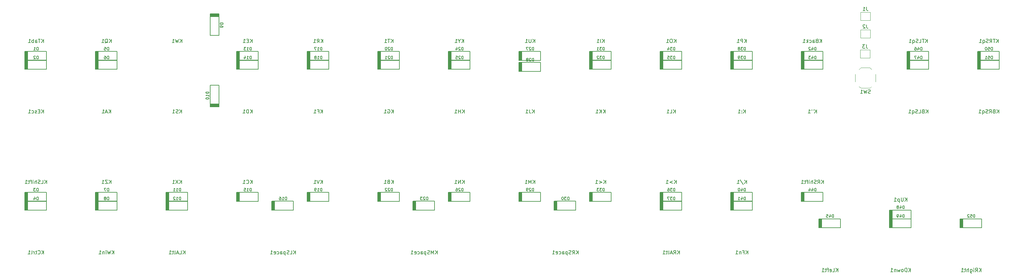
<source format=gbo>
G04 #@! TF.FileFunction,Legend,Bot*
%FSLAX46Y46*%
G04 Gerber Fmt 4.6, Leading zero omitted, Abs format (unit mm)*
G04 Created by KiCad (PCBNEW 4.0.7) date 07/12/18 08:23:41*
%MOMM*%
%LPD*%
G01*
G04 APERTURE LIST*
%ADD10C,0.100000*%
%ADD11C,0.200000*%
%ADD12C,0.120000*%
%ADD13C,0.150000*%
G04 APERTURE END LIST*
D10*
D11*
X16775000Y-50015600D02*
X16775000Y-47615600D01*
X16600000Y-50015600D02*
X16600000Y-47615600D01*
X16425000Y-50015600D02*
X16425000Y-47615600D01*
X16025000Y-47615600D02*
X16025000Y-50015600D01*
X16250000Y-50015600D02*
X16250000Y-47615600D01*
X16125000Y-50015600D02*
X16125000Y-47615600D01*
X16050000Y-50015600D02*
X21850000Y-50015600D01*
X21850000Y-50015600D02*
X21850000Y-47615600D01*
X21850000Y-47615600D02*
X16050000Y-47615600D01*
X16775000Y-52396900D02*
X16775000Y-49996900D01*
X16600000Y-52396900D02*
X16600000Y-49996900D01*
X16425000Y-52396900D02*
X16425000Y-49996900D01*
X16025000Y-49996900D02*
X16025000Y-52396900D01*
X16250000Y-52396900D02*
X16250000Y-49996900D01*
X16125000Y-52396900D02*
X16125000Y-49996900D01*
X16050000Y-52396900D02*
X21850000Y-52396900D01*
X21850000Y-52396900D02*
X21850000Y-49996900D01*
X21850000Y-49996900D02*
X16050000Y-49996900D01*
X16775000Y-88115600D02*
X16775000Y-85715600D01*
X16600000Y-88115600D02*
X16600000Y-85715600D01*
X16425000Y-88115600D02*
X16425000Y-85715600D01*
X16025000Y-85715600D02*
X16025000Y-88115600D01*
X16250000Y-88115600D02*
X16250000Y-85715600D01*
X16125000Y-88115600D02*
X16125000Y-85715600D01*
X16050000Y-88115600D02*
X21850000Y-88115600D01*
X21850000Y-88115600D02*
X21850000Y-85715600D01*
X21850000Y-85715600D02*
X16050000Y-85715600D01*
X16775000Y-90496900D02*
X16775000Y-88096900D01*
X16600000Y-90496900D02*
X16600000Y-88096900D01*
X16425000Y-90496900D02*
X16425000Y-88096900D01*
X16025000Y-88096900D02*
X16025000Y-90496900D01*
X16250000Y-90496900D02*
X16250000Y-88096900D01*
X16125000Y-90496900D02*
X16125000Y-88096900D01*
X16050000Y-90496900D02*
X21850000Y-90496900D01*
X21850000Y-90496900D02*
X21850000Y-88096900D01*
X21850000Y-88096900D02*
X16050000Y-88096900D01*
X35825000Y-50015600D02*
X35825000Y-47615600D01*
X35650000Y-50015600D02*
X35650000Y-47615600D01*
X35475000Y-50015600D02*
X35475000Y-47615600D01*
X35075000Y-47615600D02*
X35075000Y-50015600D01*
X35300000Y-50015600D02*
X35300000Y-47615600D01*
X35175000Y-50015600D02*
X35175000Y-47615600D01*
X35100000Y-50015600D02*
X40900000Y-50015600D01*
X40900000Y-50015600D02*
X40900000Y-47615600D01*
X40900000Y-47615600D02*
X35100000Y-47615600D01*
X35825000Y-52396900D02*
X35825000Y-49996900D01*
X35650000Y-52396900D02*
X35650000Y-49996900D01*
X35475000Y-52396900D02*
X35475000Y-49996900D01*
X35075000Y-49996900D02*
X35075000Y-52396900D01*
X35300000Y-52396900D02*
X35300000Y-49996900D01*
X35175000Y-52396900D02*
X35175000Y-49996900D01*
X35100000Y-52396900D02*
X40900000Y-52396900D01*
X40900000Y-52396900D02*
X40900000Y-49996900D01*
X40900000Y-49996900D02*
X35100000Y-49996900D01*
X35825000Y-88115600D02*
X35825000Y-85715600D01*
X35650000Y-88115600D02*
X35650000Y-85715600D01*
X35475000Y-88115600D02*
X35475000Y-85715600D01*
X35075000Y-85715600D02*
X35075000Y-88115600D01*
X35300000Y-88115600D02*
X35300000Y-85715600D01*
X35175000Y-88115600D02*
X35175000Y-85715600D01*
X35100000Y-88115600D02*
X40900000Y-88115600D01*
X40900000Y-88115600D02*
X40900000Y-85715600D01*
X40900000Y-85715600D02*
X35100000Y-85715600D01*
X35825000Y-90496900D02*
X35825000Y-88096900D01*
X35650000Y-90496900D02*
X35650000Y-88096900D01*
X35475000Y-90496900D02*
X35475000Y-88096900D01*
X35075000Y-88096900D02*
X35075000Y-90496900D01*
X35300000Y-90496900D02*
X35300000Y-88096900D01*
X35175000Y-90496900D02*
X35175000Y-88096900D01*
X35100000Y-90496900D02*
X40900000Y-90496900D01*
X40900000Y-90496900D02*
X40900000Y-88096900D01*
X40900000Y-88096900D02*
X35100000Y-88096900D01*
X66070300Y-38206200D02*
X68470300Y-38206200D01*
X66070300Y-38031200D02*
X68470300Y-38031200D01*
X66070300Y-37856200D02*
X68470300Y-37856200D01*
X68470300Y-37456200D02*
X66070300Y-37456200D01*
X66070300Y-37681200D02*
X68470300Y-37681200D01*
X66070300Y-37556200D02*
X68470300Y-37556200D01*
X66070300Y-37481200D02*
X66070300Y-43281200D01*
X66070300Y-43281200D02*
X68470300Y-43281200D01*
X68470300Y-43281200D02*
X68470300Y-37481200D01*
X68470300Y-61806200D02*
X66070300Y-61806200D01*
X68470300Y-61981200D02*
X66070300Y-61981200D01*
X68470300Y-62156200D02*
X66070300Y-62156200D01*
X66070300Y-62556200D02*
X68470300Y-62556200D01*
X68470300Y-62331200D02*
X66070300Y-62331200D01*
X68470300Y-62456200D02*
X66070300Y-62456200D01*
X68470300Y-62531200D02*
X68470300Y-56731200D01*
X68470300Y-56731200D02*
X66070300Y-56731200D01*
X66070300Y-56731200D02*
X66070300Y-62531200D01*
X54875000Y-88115600D02*
X54875000Y-85715600D01*
X54700000Y-88115600D02*
X54700000Y-85715600D01*
X54525000Y-88115600D02*
X54525000Y-85715600D01*
X54125000Y-85715600D02*
X54125000Y-88115600D01*
X54350000Y-88115600D02*
X54350000Y-85715600D01*
X54225000Y-88115600D02*
X54225000Y-85715600D01*
X54150000Y-88115600D02*
X59950000Y-88115600D01*
X59950000Y-88115600D02*
X59950000Y-85715600D01*
X59950000Y-85715600D02*
X54150000Y-85715600D01*
X54875000Y-90496900D02*
X54875000Y-88096900D01*
X54700000Y-90496900D02*
X54700000Y-88096900D01*
X54525000Y-90496900D02*
X54525000Y-88096900D01*
X54125000Y-88096900D02*
X54125000Y-90496900D01*
X54350000Y-90496900D02*
X54350000Y-88096900D01*
X54225000Y-90496900D02*
X54225000Y-88096900D01*
X54150000Y-90496900D02*
X59950000Y-90496900D01*
X59950000Y-90496900D02*
X59950000Y-88096900D01*
X59950000Y-88096900D02*
X54150000Y-88096900D01*
X73925000Y-50015600D02*
X73925000Y-47615600D01*
X73750000Y-50015600D02*
X73750000Y-47615600D01*
X73575000Y-50015600D02*
X73575000Y-47615600D01*
X73175000Y-47615600D02*
X73175000Y-50015600D01*
X73400000Y-50015600D02*
X73400000Y-47615600D01*
X73275000Y-50015600D02*
X73275000Y-47615600D01*
X73200000Y-50015600D02*
X79000000Y-50015600D01*
X79000000Y-50015600D02*
X79000000Y-47615600D01*
X79000000Y-47615600D02*
X73200000Y-47615600D01*
X73925000Y-52396900D02*
X73925000Y-49996900D01*
X73750000Y-52396900D02*
X73750000Y-49996900D01*
X73575000Y-52396900D02*
X73575000Y-49996900D01*
X73175000Y-49996900D02*
X73175000Y-52396900D01*
X73400000Y-52396900D02*
X73400000Y-49996900D01*
X73275000Y-52396900D02*
X73275000Y-49996900D01*
X73200000Y-52396900D02*
X79000000Y-52396900D01*
X79000000Y-52396900D02*
X79000000Y-49996900D01*
X79000000Y-49996900D02*
X73200000Y-49996900D01*
X73925000Y-88115600D02*
X73925000Y-85715600D01*
X73750000Y-88115600D02*
X73750000Y-85715600D01*
X73575000Y-88115600D02*
X73575000Y-85715600D01*
X73175000Y-85715600D02*
X73175000Y-88115600D01*
X73400000Y-88115600D02*
X73400000Y-85715600D01*
X73275000Y-88115600D02*
X73275000Y-85715600D01*
X73200000Y-88115600D02*
X79000000Y-88115600D01*
X79000000Y-88115600D02*
X79000000Y-85715600D01*
X79000000Y-85715600D02*
X73200000Y-85715600D01*
X83450000Y-90496900D02*
X83450000Y-88096900D01*
X83275000Y-90496900D02*
X83275000Y-88096900D01*
X83100000Y-90496900D02*
X83100000Y-88096900D01*
X82700000Y-88096900D02*
X82700000Y-90496900D01*
X82925000Y-90496900D02*
X82925000Y-88096900D01*
X82800000Y-90496900D02*
X82800000Y-88096900D01*
X82725000Y-90496900D02*
X88525000Y-90496900D01*
X88525000Y-90496900D02*
X88525000Y-88096900D01*
X88525000Y-88096900D02*
X82725000Y-88096900D01*
X92975000Y-50015600D02*
X92975000Y-47615600D01*
X92800000Y-50015600D02*
X92800000Y-47615600D01*
X92625000Y-50015600D02*
X92625000Y-47615600D01*
X92225000Y-47615600D02*
X92225000Y-50015600D01*
X92450000Y-50015600D02*
X92450000Y-47615600D01*
X92325000Y-50015600D02*
X92325000Y-47615600D01*
X92250000Y-50015600D02*
X98050000Y-50015600D01*
X98050000Y-50015600D02*
X98050000Y-47615600D01*
X98050000Y-47615600D02*
X92250000Y-47615600D01*
X92975000Y-52396900D02*
X92975000Y-49996900D01*
X92800000Y-52396900D02*
X92800000Y-49996900D01*
X92625000Y-52396900D02*
X92625000Y-49996900D01*
X92225000Y-49996900D02*
X92225000Y-52396900D01*
X92450000Y-52396900D02*
X92450000Y-49996900D01*
X92325000Y-52396900D02*
X92325000Y-49996900D01*
X92250000Y-52396900D02*
X98050000Y-52396900D01*
X98050000Y-52396900D02*
X98050000Y-49996900D01*
X98050000Y-49996900D02*
X92250000Y-49996900D01*
X92975000Y-88115600D02*
X92975000Y-85715600D01*
X92800000Y-88115600D02*
X92800000Y-85715600D01*
X92625000Y-88115600D02*
X92625000Y-85715600D01*
X92225000Y-85715600D02*
X92225000Y-88115600D01*
X92450000Y-88115600D02*
X92450000Y-85715600D01*
X92325000Y-88115600D02*
X92325000Y-85715600D01*
X92250000Y-88115600D02*
X98050000Y-88115600D01*
X98050000Y-88115600D02*
X98050000Y-85715600D01*
X98050000Y-85715600D02*
X92250000Y-85715600D01*
X112025000Y-50015600D02*
X112025000Y-47615600D01*
X111850000Y-50015600D02*
X111850000Y-47615600D01*
X111675000Y-50015600D02*
X111675000Y-47615600D01*
X111275000Y-47615600D02*
X111275000Y-50015600D01*
X111500000Y-50015600D02*
X111500000Y-47615600D01*
X111375000Y-50015600D02*
X111375000Y-47615600D01*
X111300000Y-50015600D02*
X117100000Y-50015600D01*
X117100000Y-50015600D02*
X117100000Y-47615600D01*
X117100000Y-47615600D02*
X111300000Y-47615600D01*
X112025000Y-52396900D02*
X112025000Y-49996900D01*
X111850000Y-52396900D02*
X111850000Y-49996900D01*
X111675000Y-52396900D02*
X111675000Y-49996900D01*
X111275000Y-49996900D02*
X111275000Y-52396900D01*
X111500000Y-52396900D02*
X111500000Y-49996900D01*
X111375000Y-52396900D02*
X111375000Y-49996900D01*
X111300000Y-52396900D02*
X117100000Y-52396900D01*
X117100000Y-52396900D02*
X117100000Y-49996900D01*
X117100000Y-49996900D02*
X111300000Y-49996900D01*
X112025000Y-88115600D02*
X112025000Y-85715600D01*
X111850000Y-88115600D02*
X111850000Y-85715600D01*
X111675000Y-88115600D02*
X111675000Y-85715600D01*
X111275000Y-85715600D02*
X111275000Y-88115600D01*
X111500000Y-88115600D02*
X111500000Y-85715600D01*
X111375000Y-88115600D02*
X111375000Y-85715600D01*
X111300000Y-88115600D02*
X117100000Y-88115600D01*
X117100000Y-88115600D02*
X117100000Y-85715600D01*
X117100000Y-85715600D02*
X111300000Y-85715600D01*
X121550000Y-90496900D02*
X121550000Y-88096900D01*
X121375000Y-90496900D02*
X121375000Y-88096900D01*
X121200000Y-90496900D02*
X121200000Y-88096900D01*
X120800000Y-88096900D02*
X120800000Y-90496900D01*
X121025000Y-90496900D02*
X121025000Y-88096900D01*
X120900000Y-90496900D02*
X120900000Y-88096900D01*
X120825000Y-90496900D02*
X126625000Y-90496900D01*
X126625000Y-90496900D02*
X126625000Y-88096900D01*
X126625000Y-88096900D02*
X120825000Y-88096900D01*
X131075000Y-50015600D02*
X131075000Y-47615600D01*
X130900000Y-50015600D02*
X130900000Y-47615600D01*
X130725000Y-50015600D02*
X130725000Y-47615600D01*
X130325000Y-47615600D02*
X130325000Y-50015600D01*
X130550000Y-50015600D02*
X130550000Y-47615600D01*
X130425000Y-50015600D02*
X130425000Y-47615600D01*
X130350000Y-50015600D02*
X136150000Y-50015600D01*
X136150000Y-50015600D02*
X136150000Y-47615600D01*
X136150000Y-47615600D02*
X130350000Y-47615600D01*
X131075000Y-52396900D02*
X131075000Y-49996900D01*
X130900000Y-52396900D02*
X130900000Y-49996900D01*
X130725000Y-52396900D02*
X130725000Y-49996900D01*
X130325000Y-49996900D02*
X130325000Y-52396900D01*
X130550000Y-52396900D02*
X130550000Y-49996900D01*
X130425000Y-52396900D02*
X130425000Y-49996900D01*
X130350000Y-52396900D02*
X136150000Y-52396900D01*
X136150000Y-52396900D02*
X136150000Y-49996900D01*
X136150000Y-49996900D02*
X130350000Y-49996900D01*
X131075000Y-88115600D02*
X131075000Y-85715600D01*
X130900000Y-88115600D02*
X130900000Y-85715600D01*
X130725000Y-88115600D02*
X130725000Y-85715600D01*
X130325000Y-85715600D02*
X130325000Y-88115600D01*
X130550000Y-88115600D02*
X130550000Y-85715600D01*
X130425000Y-88115600D02*
X130425000Y-85715600D01*
X130350000Y-88115600D02*
X136150000Y-88115600D01*
X136150000Y-88115600D02*
X136150000Y-85715600D01*
X136150000Y-85715600D02*
X130350000Y-85715600D01*
X150125000Y-50015600D02*
X150125000Y-47615600D01*
X149950000Y-50015600D02*
X149950000Y-47615600D01*
X149775000Y-50015600D02*
X149775000Y-47615600D01*
X149375000Y-47615600D02*
X149375000Y-50015600D01*
X149600000Y-50015600D02*
X149600000Y-47615600D01*
X149475000Y-50015600D02*
X149475000Y-47615600D01*
X149400000Y-50015600D02*
X155200000Y-50015600D01*
X155200000Y-50015600D02*
X155200000Y-47615600D01*
X155200000Y-47615600D02*
X149400000Y-47615600D01*
X150125000Y-52992200D02*
X150125000Y-50592200D01*
X149950000Y-52992200D02*
X149950000Y-50592200D01*
X149775000Y-52992200D02*
X149775000Y-50592200D01*
X149375000Y-50592200D02*
X149375000Y-52992200D01*
X149600000Y-52992200D02*
X149600000Y-50592200D01*
X149475000Y-52992200D02*
X149475000Y-50592200D01*
X149400000Y-52992200D02*
X155200000Y-52992200D01*
X155200000Y-52992200D02*
X155200000Y-50592200D01*
X155200000Y-50592200D02*
X149400000Y-50592200D01*
X150125000Y-88115600D02*
X150125000Y-85715600D01*
X149950000Y-88115600D02*
X149950000Y-85715600D01*
X149775000Y-88115600D02*
X149775000Y-85715600D01*
X149375000Y-85715600D02*
X149375000Y-88115600D01*
X149600000Y-88115600D02*
X149600000Y-85715600D01*
X149475000Y-88115600D02*
X149475000Y-85715600D01*
X149400000Y-88115600D02*
X155200000Y-88115600D01*
X155200000Y-88115600D02*
X155200000Y-85715600D01*
X155200000Y-85715600D02*
X149400000Y-85715600D01*
X159650000Y-90496900D02*
X159650000Y-88096900D01*
X159475000Y-90496900D02*
X159475000Y-88096900D01*
X159300000Y-90496900D02*
X159300000Y-88096900D01*
X158900000Y-88096900D02*
X158900000Y-90496900D01*
X159125000Y-90496900D02*
X159125000Y-88096900D01*
X159000000Y-90496900D02*
X159000000Y-88096900D01*
X158925000Y-90496900D02*
X164725000Y-90496900D01*
X164725000Y-90496900D02*
X164725000Y-88096900D01*
X164725000Y-88096900D02*
X158925000Y-88096900D01*
X169175000Y-50015600D02*
X169175000Y-47615600D01*
X169000000Y-50015600D02*
X169000000Y-47615600D01*
X168825000Y-50015600D02*
X168825000Y-47615600D01*
X168425000Y-47615600D02*
X168425000Y-50015600D01*
X168650000Y-50015600D02*
X168650000Y-47615600D01*
X168525000Y-50015600D02*
X168525000Y-47615600D01*
X168450000Y-50015600D02*
X174250000Y-50015600D01*
X174250000Y-50015600D02*
X174250000Y-47615600D01*
X174250000Y-47615600D02*
X168450000Y-47615600D01*
X169175000Y-52396900D02*
X169175000Y-49996900D01*
X169000000Y-52396900D02*
X169000000Y-49996900D01*
X168825000Y-52396900D02*
X168825000Y-49996900D01*
X168425000Y-49996900D02*
X168425000Y-52396900D01*
X168650000Y-52396900D02*
X168650000Y-49996900D01*
X168525000Y-52396900D02*
X168525000Y-49996900D01*
X168450000Y-52396900D02*
X174250000Y-52396900D01*
X174250000Y-52396900D02*
X174250000Y-49996900D01*
X174250000Y-49996900D02*
X168450000Y-49996900D01*
X169175000Y-88115600D02*
X169175000Y-85715600D01*
X169000000Y-88115600D02*
X169000000Y-85715600D01*
X168825000Y-88115600D02*
X168825000Y-85715600D01*
X168425000Y-85715600D02*
X168425000Y-88115600D01*
X168650000Y-88115600D02*
X168650000Y-85715600D01*
X168525000Y-88115600D02*
X168525000Y-85715600D01*
X168450000Y-88115600D02*
X174250000Y-88115600D01*
X174250000Y-88115600D02*
X174250000Y-85715600D01*
X174250000Y-85715600D02*
X168450000Y-85715600D01*
X188225000Y-50015600D02*
X188225000Y-47615600D01*
X188050000Y-50015600D02*
X188050000Y-47615600D01*
X187875000Y-50015600D02*
X187875000Y-47615600D01*
X187475000Y-47615600D02*
X187475000Y-50015600D01*
X187700000Y-50015600D02*
X187700000Y-47615600D01*
X187575000Y-50015600D02*
X187575000Y-47615600D01*
X187500000Y-50015600D02*
X193300000Y-50015600D01*
X193300000Y-50015600D02*
X193300000Y-47615600D01*
X193300000Y-47615600D02*
X187500000Y-47615600D01*
X188225000Y-52396900D02*
X188225000Y-49996900D01*
X188050000Y-52396900D02*
X188050000Y-49996900D01*
X187875000Y-52396900D02*
X187875000Y-49996900D01*
X187475000Y-49996900D02*
X187475000Y-52396900D01*
X187700000Y-52396900D02*
X187700000Y-49996900D01*
X187575000Y-52396900D02*
X187575000Y-49996900D01*
X187500000Y-52396900D02*
X193300000Y-52396900D01*
X193300000Y-52396900D02*
X193300000Y-49996900D01*
X193300000Y-49996900D02*
X187500000Y-49996900D01*
X188225000Y-88115600D02*
X188225000Y-85715600D01*
X188050000Y-88115600D02*
X188050000Y-85715600D01*
X187875000Y-88115600D02*
X187875000Y-85715600D01*
X187475000Y-85715600D02*
X187475000Y-88115600D01*
X187700000Y-88115600D02*
X187700000Y-85715600D01*
X187575000Y-88115600D02*
X187575000Y-85715600D01*
X187500000Y-88115600D02*
X193300000Y-88115600D01*
X193300000Y-88115600D02*
X193300000Y-85715600D01*
X193300000Y-85715600D02*
X187500000Y-85715600D01*
X188225000Y-90496900D02*
X188225000Y-88096900D01*
X188050000Y-90496900D02*
X188050000Y-88096900D01*
X187875000Y-90496900D02*
X187875000Y-88096900D01*
X187475000Y-88096900D02*
X187475000Y-90496900D01*
X187700000Y-90496900D02*
X187700000Y-88096900D01*
X187575000Y-90496900D02*
X187575000Y-88096900D01*
X187500000Y-90496900D02*
X193300000Y-90496900D01*
X193300000Y-90496900D02*
X193300000Y-88096900D01*
X193300000Y-88096900D02*
X187500000Y-88096900D01*
X207275000Y-50015600D02*
X207275000Y-47615600D01*
X207100000Y-50015600D02*
X207100000Y-47615600D01*
X206925000Y-50015600D02*
X206925000Y-47615600D01*
X206525000Y-47615600D02*
X206525000Y-50015600D01*
X206750000Y-50015600D02*
X206750000Y-47615600D01*
X206625000Y-50015600D02*
X206625000Y-47615600D01*
X206550000Y-50015600D02*
X212350000Y-50015600D01*
X212350000Y-50015600D02*
X212350000Y-47615600D01*
X212350000Y-47615600D02*
X206550000Y-47615600D01*
X207275000Y-52396900D02*
X207275000Y-49996900D01*
X207100000Y-52396900D02*
X207100000Y-49996900D01*
X206925000Y-52396900D02*
X206925000Y-49996900D01*
X206525000Y-49996900D02*
X206525000Y-52396900D01*
X206750000Y-52396900D02*
X206750000Y-49996900D01*
X206625000Y-52396900D02*
X206625000Y-49996900D01*
X206550000Y-52396900D02*
X212350000Y-52396900D01*
X212350000Y-52396900D02*
X212350000Y-49996900D01*
X212350000Y-49996900D02*
X206550000Y-49996900D01*
X207275000Y-88115600D02*
X207275000Y-85715600D01*
X207100000Y-88115600D02*
X207100000Y-85715600D01*
X206925000Y-88115600D02*
X206925000Y-85715600D01*
X206525000Y-85715600D02*
X206525000Y-88115600D01*
X206750000Y-88115600D02*
X206750000Y-85715600D01*
X206625000Y-88115600D02*
X206625000Y-85715600D01*
X206550000Y-88115600D02*
X212350000Y-88115600D01*
X212350000Y-88115600D02*
X212350000Y-85715600D01*
X212350000Y-85715600D02*
X206550000Y-85715600D01*
X207275000Y-90496900D02*
X207275000Y-88096900D01*
X207100000Y-90496900D02*
X207100000Y-88096900D01*
X206925000Y-90496900D02*
X206925000Y-88096900D01*
X206525000Y-88096900D02*
X206525000Y-90496900D01*
X206750000Y-90496900D02*
X206750000Y-88096900D01*
X206625000Y-90496900D02*
X206625000Y-88096900D01*
X206550000Y-90496900D02*
X212350000Y-90496900D01*
X212350000Y-90496900D02*
X212350000Y-88096900D01*
X212350000Y-88096900D02*
X206550000Y-88096900D01*
X226325000Y-50015600D02*
X226325000Y-47615600D01*
X226150000Y-50015600D02*
X226150000Y-47615600D01*
X225975000Y-50015600D02*
X225975000Y-47615600D01*
X225575000Y-47615600D02*
X225575000Y-50015600D01*
X225800000Y-50015600D02*
X225800000Y-47615600D01*
X225675000Y-50015600D02*
X225675000Y-47615600D01*
X225600000Y-50015600D02*
X231400000Y-50015600D01*
X231400000Y-50015600D02*
X231400000Y-47615600D01*
X231400000Y-47615600D02*
X225600000Y-47615600D01*
X226325000Y-52396900D02*
X226325000Y-49996900D01*
X226150000Y-52396900D02*
X226150000Y-49996900D01*
X225975000Y-52396900D02*
X225975000Y-49996900D01*
X225575000Y-49996900D02*
X225575000Y-52396900D01*
X225800000Y-52396900D02*
X225800000Y-49996900D01*
X225675000Y-52396900D02*
X225675000Y-49996900D01*
X225600000Y-52396900D02*
X231400000Y-52396900D01*
X231400000Y-52396900D02*
X231400000Y-49996900D01*
X231400000Y-49996900D02*
X225600000Y-49996900D01*
X226325000Y-88115600D02*
X226325000Y-85715600D01*
X226150000Y-88115600D02*
X226150000Y-85715600D01*
X225975000Y-88115600D02*
X225975000Y-85715600D01*
X225575000Y-85715600D02*
X225575000Y-88115600D01*
X225800000Y-88115600D02*
X225800000Y-85715600D01*
X225675000Y-88115600D02*
X225675000Y-85715600D01*
X225600000Y-88115600D02*
X231400000Y-88115600D01*
X231400000Y-88115600D02*
X231400000Y-85715600D01*
X231400000Y-85715600D02*
X225600000Y-85715600D01*
X231087000Y-95259400D02*
X231087000Y-92859400D01*
X230912000Y-95259400D02*
X230912000Y-92859400D01*
X230737000Y-95259400D02*
X230737000Y-92859400D01*
X230337000Y-92859400D02*
X230337000Y-95259400D01*
X230562000Y-95259400D02*
X230562000Y-92859400D01*
X230437000Y-95259400D02*
X230437000Y-92859400D01*
X230362000Y-95259400D02*
X236162000Y-95259400D01*
X236162000Y-95259400D02*
X236162000Y-92859400D01*
X236162000Y-92859400D02*
X230362000Y-92859400D01*
X254900000Y-50015600D02*
X254900000Y-47615600D01*
X254725000Y-50015600D02*
X254725000Y-47615600D01*
X254550000Y-50015600D02*
X254550000Y-47615600D01*
X254150000Y-47615600D02*
X254150000Y-50015600D01*
X254375000Y-50015600D02*
X254375000Y-47615600D01*
X254250000Y-50015600D02*
X254250000Y-47615600D01*
X254175000Y-50015600D02*
X259975000Y-50015600D01*
X259975000Y-50015600D02*
X259975000Y-47615600D01*
X259975000Y-47615600D02*
X254175000Y-47615600D01*
X254900000Y-52396900D02*
X254900000Y-49996900D01*
X254725000Y-52396900D02*
X254725000Y-49996900D01*
X254550000Y-52396900D02*
X254550000Y-49996900D01*
X254150000Y-49996900D02*
X254150000Y-52396900D01*
X254375000Y-52396900D02*
X254375000Y-49996900D01*
X254250000Y-52396900D02*
X254250000Y-49996900D01*
X254175000Y-52396900D02*
X259975000Y-52396900D01*
X259975000Y-52396900D02*
X259975000Y-49996900D01*
X259975000Y-49996900D02*
X254175000Y-49996900D01*
X250137000Y-92878100D02*
X250137000Y-90478100D01*
X249962000Y-92878100D02*
X249962000Y-90478100D01*
X249787000Y-92878100D02*
X249787000Y-90478100D01*
X249387000Y-90478100D02*
X249387000Y-92878100D01*
X249612000Y-92878100D02*
X249612000Y-90478100D01*
X249487000Y-92878100D02*
X249487000Y-90478100D01*
X249412000Y-92878100D02*
X255212000Y-92878100D01*
X255212000Y-92878100D02*
X255212000Y-90478100D01*
X255212000Y-90478100D02*
X249412000Y-90478100D01*
X250137000Y-95259400D02*
X250137000Y-92859400D01*
X249962000Y-95259400D02*
X249962000Y-92859400D01*
X249787000Y-95259400D02*
X249787000Y-92859400D01*
X249387000Y-92859400D02*
X249387000Y-95259400D01*
X249612000Y-95259400D02*
X249612000Y-92859400D01*
X249487000Y-95259400D02*
X249487000Y-92859400D01*
X249412000Y-95259400D02*
X255212000Y-95259400D01*
X255212000Y-95259400D02*
X255212000Y-92859400D01*
X255212000Y-92859400D02*
X249412000Y-92859400D01*
X273950000Y-50015600D02*
X273950000Y-47615600D01*
X273775000Y-50015600D02*
X273775000Y-47615600D01*
X273600000Y-50015600D02*
X273600000Y-47615600D01*
X273200000Y-47615600D02*
X273200000Y-50015600D01*
X273425000Y-50015600D02*
X273425000Y-47615600D01*
X273300000Y-50015600D02*
X273300000Y-47615600D01*
X273225000Y-50015600D02*
X279025000Y-50015600D01*
X279025000Y-50015600D02*
X279025000Y-47615600D01*
X279025000Y-47615600D02*
X273225000Y-47615600D01*
X273950000Y-52396900D02*
X273950000Y-49996900D01*
X273775000Y-52396900D02*
X273775000Y-49996900D01*
X273600000Y-52396900D02*
X273600000Y-49996900D01*
X273200000Y-49996900D02*
X273200000Y-52396900D01*
X273425000Y-52396900D02*
X273425000Y-49996900D01*
X273300000Y-52396900D02*
X273300000Y-49996900D01*
X273225000Y-52396900D02*
X279025000Y-52396900D01*
X279025000Y-52396900D02*
X279025000Y-49996900D01*
X279025000Y-49996900D02*
X273225000Y-49996900D01*
X269187000Y-95259400D02*
X269187000Y-92859400D01*
X269012000Y-95259400D02*
X269012000Y-92859400D01*
X268837000Y-95259400D02*
X268837000Y-92859400D01*
X268437000Y-92859400D02*
X268437000Y-95259400D01*
X268662000Y-95259400D02*
X268662000Y-92859400D01*
X268537000Y-95259400D02*
X268537000Y-92859400D01*
X268462000Y-95259400D02*
X274262000Y-95259400D01*
X274262000Y-95259400D02*
X274262000Y-92859400D01*
X274262000Y-92859400D02*
X268462000Y-92859400D01*
D12*
X241188000Y-52468800D02*
X241638000Y-52018800D01*
X244588000Y-52468800D02*
X244138000Y-52018800D01*
X244588000Y-57068800D02*
X244138000Y-57518800D01*
X241188000Y-57068800D02*
X241638000Y-57518800D01*
X245638000Y-55768800D02*
X245638000Y-53768800D01*
X241638000Y-52018800D02*
X244138000Y-52018800D01*
X240138000Y-55768800D02*
X240138000Y-53768800D01*
X241638000Y-57518800D02*
X244138000Y-57518800D01*
X241588000Y-39200000D02*
X241588000Y-37500000D01*
X241588000Y-37500000D02*
X241588000Y-37000000D01*
X241588000Y-37000000D02*
X244188000Y-37000000D01*
X244188000Y-37000000D02*
X244188000Y-39200000D01*
X244188000Y-39200000D02*
X241588000Y-39200000D01*
X241588000Y-43962500D02*
X241588000Y-42262500D01*
X241588000Y-42262500D02*
X241588000Y-41762500D01*
X241588000Y-41762500D02*
X244188000Y-41762500D01*
X244188000Y-41762500D02*
X244188000Y-43962500D01*
X244188000Y-43962500D02*
X241588000Y-43962500D01*
X241524000Y-49360000D02*
X241524000Y-47660000D01*
X241524000Y-47660000D02*
X241524000Y-47160000D01*
X241524000Y-47160000D02*
X244124000Y-47160000D01*
X244124000Y-47160000D02*
X244124000Y-49360000D01*
X244124000Y-49360000D02*
X241524000Y-49360000D01*
D13*
X19640476Y-47252505D02*
X19640476Y-46452505D01*
X19450000Y-46452505D01*
X19335714Y-46490600D01*
X19259523Y-46566790D01*
X19221428Y-46642981D01*
X19183333Y-46795362D01*
X19183333Y-46909648D01*
X19221428Y-47062029D01*
X19259523Y-47138219D01*
X19335714Y-47214410D01*
X19450000Y-47252505D01*
X19640476Y-47252505D01*
X18421428Y-47252505D02*
X18878571Y-47252505D01*
X18650000Y-47252505D02*
X18650000Y-46452505D01*
X18726190Y-46566790D01*
X18802381Y-46642981D01*
X18878571Y-46681076D01*
X19640476Y-49633805D02*
X19640476Y-48833805D01*
X19450000Y-48833805D01*
X19335714Y-48871900D01*
X19259523Y-48948090D01*
X19221428Y-49024281D01*
X19183333Y-49176662D01*
X19183333Y-49290948D01*
X19221428Y-49443329D01*
X19259523Y-49519519D01*
X19335714Y-49595710D01*
X19450000Y-49633805D01*
X19640476Y-49633805D01*
X18878571Y-48909995D02*
X18840476Y-48871900D01*
X18764285Y-48833805D01*
X18573809Y-48833805D01*
X18497619Y-48871900D01*
X18459523Y-48909995D01*
X18421428Y-48986186D01*
X18421428Y-49062376D01*
X18459523Y-49176662D01*
X18916666Y-49633805D01*
X18421428Y-49633805D01*
X19640476Y-85352505D02*
X19640476Y-84552505D01*
X19450000Y-84552505D01*
X19335714Y-84590600D01*
X19259523Y-84666790D01*
X19221428Y-84742981D01*
X19183333Y-84895362D01*
X19183333Y-85009648D01*
X19221428Y-85162029D01*
X19259523Y-85238219D01*
X19335714Y-85314410D01*
X19450000Y-85352505D01*
X19640476Y-85352505D01*
X18916666Y-84552505D02*
X18421428Y-84552505D01*
X18688095Y-84857267D01*
X18573809Y-84857267D01*
X18497619Y-84895362D01*
X18459523Y-84933457D01*
X18421428Y-85009648D01*
X18421428Y-85200124D01*
X18459523Y-85276314D01*
X18497619Y-85314410D01*
X18573809Y-85352505D01*
X18802381Y-85352505D01*
X18878571Y-85314410D01*
X18916666Y-85276314D01*
X19640476Y-87733805D02*
X19640476Y-86933805D01*
X19450000Y-86933805D01*
X19335714Y-86971900D01*
X19259523Y-87048090D01*
X19221428Y-87124281D01*
X19183333Y-87276662D01*
X19183333Y-87390948D01*
X19221428Y-87543329D01*
X19259523Y-87619519D01*
X19335714Y-87695710D01*
X19450000Y-87733805D01*
X19640476Y-87733805D01*
X18497619Y-87200471D02*
X18497619Y-87733805D01*
X18688095Y-86895710D02*
X18878571Y-87467138D01*
X18383333Y-87467138D01*
X38690476Y-47252505D02*
X38690476Y-46452505D01*
X38500000Y-46452505D01*
X38385714Y-46490600D01*
X38309523Y-46566790D01*
X38271428Y-46642981D01*
X38233333Y-46795362D01*
X38233333Y-46909648D01*
X38271428Y-47062029D01*
X38309523Y-47138219D01*
X38385714Y-47214410D01*
X38500000Y-47252505D01*
X38690476Y-47252505D01*
X37509523Y-46452505D02*
X37890476Y-46452505D01*
X37928571Y-46833457D01*
X37890476Y-46795362D01*
X37814285Y-46757267D01*
X37623809Y-46757267D01*
X37547619Y-46795362D01*
X37509523Y-46833457D01*
X37471428Y-46909648D01*
X37471428Y-47100124D01*
X37509523Y-47176314D01*
X37547619Y-47214410D01*
X37623809Y-47252505D01*
X37814285Y-47252505D01*
X37890476Y-47214410D01*
X37928571Y-47176314D01*
X38690476Y-49633805D02*
X38690476Y-48833805D01*
X38500000Y-48833805D01*
X38385714Y-48871900D01*
X38309523Y-48948090D01*
X38271428Y-49024281D01*
X38233333Y-49176662D01*
X38233333Y-49290948D01*
X38271428Y-49443329D01*
X38309523Y-49519519D01*
X38385714Y-49595710D01*
X38500000Y-49633805D01*
X38690476Y-49633805D01*
X37547619Y-48833805D02*
X37700000Y-48833805D01*
X37776190Y-48871900D01*
X37814285Y-48909995D01*
X37890476Y-49024281D01*
X37928571Y-49176662D01*
X37928571Y-49481424D01*
X37890476Y-49557614D01*
X37852381Y-49595710D01*
X37776190Y-49633805D01*
X37623809Y-49633805D01*
X37547619Y-49595710D01*
X37509523Y-49557614D01*
X37471428Y-49481424D01*
X37471428Y-49290948D01*
X37509523Y-49214757D01*
X37547619Y-49176662D01*
X37623809Y-49138567D01*
X37776190Y-49138567D01*
X37852381Y-49176662D01*
X37890476Y-49214757D01*
X37928571Y-49290948D01*
X38690476Y-85352505D02*
X38690476Y-84552505D01*
X38500000Y-84552505D01*
X38385714Y-84590600D01*
X38309523Y-84666790D01*
X38271428Y-84742981D01*
X38233333Y-84895362D01*
X38233333Y-85009648D01*
X38271428Y-85162029D01*
X38309523Y-85238219D01*
X38385714Y-85314410D01*
X38500000Y-85352505D01*
X38690476Y-85352505D01*
X37966666Y-84552505D02*
X37433333Y-84552505D01*
X37776190Y-85352505D01*
X38690476Y-87733805D02*
X38690476Y-86933805D01*
X38500000Y-86933805D01*
X38385714Y-86971900D01*
X38309523Y-87048090D01*
X38271428Y-87124281D01*
X38233333Y-87276662D01*
X38233333Y-87390948D01*
X38271428Y-87543329D01*
X38309523Y-87619519D01*
X38385714Y-87695710D01*
X38500000Y-87733805D01*
X38690476Y-87733805D01*
X37776190Y-87276662D02*
X37852381Y-87238567D01*
X37890476Y-87200471D01*
X37928571Y-87124281D01*
X37928571Y-87086186D01*
X37890476Y-87009995D01*
X37852381Y-86971900D01*
X37776190Y-86933805D01*
X37623809Y-86933805D01*
X37547619Y-86971900D01*
X37509523Y-87009995D01*
X37471428Y-87086186D01*
X37471428Y-87124281D01*
X37509523Y-87200471D01*
X37547619Y-87238567D01*
X37623809Y-87276662D01*
X37776190Y-87276662D01*
X37852381Y-87314757D01*
X37890476Y-87352852D01*
X37928571Y-87429043D01*
X37928571Y-87581424D01*
X37890476Y-87657614D01*
X37852381Y-87695710D01*
X37776190Y-87733805D01*
X37623809Y-87733805D01*
X37547619Y-87695710D01*
X37509523Y-87657614D01*
X37471428Y-87581424D01*
X37471428Y-87429043D01*
X37509523Y-87352852D01*
X37547619Y-87314757D01*
X37623809Y-87276662D01*
X69557205Y-39890724D02*
X68757205Y-39890724D01*
X68757205Y-40081200D01*
X68795300Y-40195486D01*
X68871490Y-40271677D01*
X68947681Y-40309772D01*
X69100062Y-40347867D01*
X69214348Y-40347867D01*
X69366729Y-40309772D01*
X69442919Y-40271677D01*
X69519110Y-40195486D01*
X69557205Y-40081200D01*
X69557205Y-39890724D01*
X69557205Y-40728819D02*
X69557205Y-40881200D01*
X69519110Y-40957391D01*
X69481014Y-40995486D01*
X69366729Y-41071677D01*
X69214348Y-41109772D01*
X68909586Y-41109772D01*
X68833395Y-41071677D01*
X68795300Y-41033581D01*
X68757205Y-40957391D01*
X68757205Y-40805010D01*
X68795300Y-40728819D01*
X68833395Y-40690724D01*
X68909586Y-40652629D01*
X69100062Y-40652629D01*
X69176252Y-40690724D01*
X69214348Y-40728819D01*
X69252443Y-40805010D01*
X69252443Y-40957391D01*
X69214348Y-41033581D01*
X69176252Y-41071677D01*
X69100062Y-41109772D01*
X65707205Y-58559771D02*
X64907205Y-58559771D01*
X64907205Y-58750247D01*
X64945300Y-58864533D01*
X65021490Y-58940724D01*
X65097681Y-58978819D01*
X65250062Y-59016914D01*
X65364348Y-59016914D01*
X65516729Y-58978819D01*
X65592919Y-58940724D01*
X65669110Y-58864533D01*
X65707205Y-58750247D01*
X65707205Y-58559771D01*
X65707205Y-59778819D02*
X65707205Y-59321676D01*
X65707205Y-59550247D02*
X64907205Y-59550247D01*
X65021490Y-59474057D01*
X65097681Y-59397866D01*
X65135776Y-59321676D01*
X64907205Y-60274057D02*
X64907205Y-60350248D01*
X64945300Y-60426438D01*
X64983395Y-60464533D01*
X65059586Y-60502629D01*
X65211967Y-60540724D01*
X65402443Y-60540724D01*
X65554824Y-60502629D01*
X65631014Y-60464533D01*
X65669110Y-60426438D01*
X65707205Y-60350248D01*
X65707205Y-60274057D01*
X65669110Y-60197867D01*
X65631014Y-60159771D01*
X65554824Y-60121676D01*
X65402443Y-60083581D01*
X65211967Y-60083581D01*
X65059586Y-60121676D01*
X64983395Y-60159771D01*
X64945300Y-60197867D01*
X64907205Y-60274057D01*
X58121429Y-85352505D02*
X58121429Y-84552505D01*
X57930953Y-84552505D01*
X57816667Y-84590600D01*
X57740476Y-84666790D01*
X57702381Y-84742981D01*
X57664286Y-84895362D01*
X57664286Y-85009648D01*
X57702381Y-85162029D01*
X57740476Y-85238219D01*
X57816667Y-85314410D01*
X57930953Y-85352505D01*
X58121429Y-85352505D01*
X56902381Y-85352505D02*
X57359524Y-85352505D01*
X57130953Y-85352505D02*
X57130953Y-84552505D01*
X57207143Y-84666790D01*
X57283334Y-84742981D01*
X57359524Y-84781076D01*
X56140476Y-85352505D02*
X56597619Y-85352505D01*
X56369048Y-85352505D02*
X56369048Y-84552505D01*
X56445238Y-84666790D01*
X56521429Y-84742981D01*
X56597619Y-84781076D01*
X58121429Y-87733805D02*
X58121429Y-86933805D01*
X57930953Y-86933805D01*
X57816667Y-86971900D01*
X57740476Y-87048090D01*
X57702381Y-87124281D01*
X57664286Y-87276662D01*
X57664286Y-87390948D01*
X57702381Y-87543329D01*
X57740476Y-87619519D01*
X57816667Y-87695710D01*
X57930953Y-87733805D01*
X58121429Y-87733805D01*
X56902381Y-87733805D02*
X57359524Y-87733805D01*
X57130953Y-87733805D02*
X57130953Y-86933805D01*
X57207143Y-87048090D01*
X57283334Y-87124281D01*
X57359524Y-87162376D01*
X56597619Y-87009995D02*
X56559524Y-86971900D01*
X56483333Y-86933805D01*
X56292857Y-86933805D01*
X56216667Y-86971900D01*
X56178571Y-87009995D01*
X56140476Y-87086186D01*
X56140476Y-87162376D01*
X56178571Y-87276662D01*
X56635714Y-87733805D01*
X56140476Y-87733805D01*
X77171429Y-47252505D02*
X77171429Y-46452505D01*
X76980953Y-46452505D01*
X76866667Y-46490600D01*
X76790476Y-46566790D01*
X76752381Y-46642981D01*
X76714286Y-46795362D01*
X76714286Y-46909648D01*
X76752381Y-47062029D01*
X76790476Y-47138219D01*
X76866667Y-47214410D01*
X76980953Y-47252505D01*
X77171429Y-47252505D01*
X75952381Y-47252505D02*
X76409524Y-47252505D01*
X76180953Y-47252505D02*
X76180953Y-46452505D01*
X76257143Y-46566790D01*
X76333334Y-46642981D01*
X76409524Y-46681076D01*
X75685714Y-46452505D02*
X75190476Y-46452505D01*
X75457143Y-46757267D01*
X75342857Y-46757267D01*
X75266667Y-46795362D01*
X75228571Y-46833457D01*
X75190476Y-46909648D01*
X75190476Y-47100124D01*
X75228571Y-47176314D01*
X75266667Y-47214410D01*
X75342857Y-47252505D01*
X75571429Y-47252505D01*
X75647619Y-47214410D01*
X75685714Y-47176314D01*
X77171429Y-49633805D02*
X77171429Y-48833805D01*
X76980953Y-48833805D01*
X76866667Y-48871900D01*
X76790476Y-48948090D01*
X76752381Y-49024281D01*
X76714286Y-49176662D01*
X76714286Y-49290948D01*
X76752381Y-49443329D01*
X76790476Y-49519519D01*
X76866667Y-49595710D01*
X76980953Y-49633805D01*
X77171429Y-49633805D01*
X75952381Y-49633805D02*
X76409524Y-49633805D01*
X76180953Y-49633805D02*
X76180953Y-48833805D01*
X76257143Y-48948090D01*
X76333334Y-49024281D01*
X76409524Y-49062376D01*
X75266667Y-49100471D02*
X75266667Y-49633805D01*
X75457143Y-48795710D02*
X75647619Y-49367138D01*
X75152381Y-49367138D01*
X77171429Y-85352505D02*
X77171429Y-84552505D01*
X76980953Y-84552505D01*
X76866667Y-84590600D01*
X76790476Y-84666790D01*
X76752381Y-84742981D01*
X76714286Y-84895362D01*
X76714286Y-85009648D01*
X76752381Y-85162029D01*
X76790476Y-85238219D01*
X76866667Y-85314410D01*
X76980953Y-85352505D01*
X77171429Y-85352505D01*
X75952381Y-85352505D02*
X76409524Y-85352505D01*
X76180953Y-85352505D02*
X76180953Y-84552505D01*
X76257143Y-84666790D01*
X76333334Y-84742981D01*
X76409524Y-84781076D01*
X75228571Y-84552505D02*
X75609524Y-84552505D01*
X75647619Y-84933457D01*
X75609524Y-84895362D01*
X75533333Y-84857267D01*
X75342857Y-84857267D01*
X75266667Y-84895362D01*
X75228571Y-84933457D01*
X75190476Y-85009648D01*
X75190476Y-85200124D01*
X75228571Y-85276314D01*
X75266667Y-85314410D01*
X75342857Y-85352505D01*
X75533333Y-85352505D01*
X75609524Y-85314410D01*
X75647619Y-85276314D01*
X86696429Y-87733805D02*
X86696429Y-86933805D01*
X86505953Y-86933805D01*
X86391667Y-86971900D01*
X86315476Y-87048090D01*
X86277381Y-87124281D01*
X86239286Y-87276662D01*
X86239286Y-87390948D01*
X86277381Y-87543329D01*
X86315476Y-87619519D01*
X86391667Y-87695710D01*
X86505953Y-87733805D01*
X86696429Y-87733805D01*
X85477381Y-87733805D02*
X85934524Y-87733805D01*
X85705953Y-87733805D02*
X85705953Y-86933805D01*
X85782143Y-87048090D01*
X85858334Y-87124281D01*
X85934524Y-87162376D01*
X84791667Y-86933805D02*
X84944048Y-86933805D01*
X85020238Y-86971900D01*
X85058333Y-87009995D01*
X85134524Y-87124281D01*
X85172619Y-87276662D01*
X85172619Y-87581424D01*
X85134524Y-87657614D01*
X85096429Y-87695710D01*
X85020238Y-87733805D01*
X84867857Y-87733805D01*
X84791667Y-87695710D01*
X84753571Y-87657614D01*
X84715476Y-87581424D01*
X84715476Y-87390948D01*
X84753571Y-87314757D01*
X84791667Y-87276662D01*
X84867857Y-87238567D01*
X85020238Y-87238567D01*
X85096429Y-87276662D01*
X85134524Y-87314757D01*
X85172619Y-87390948D01*
X96221429Y-47252505D02*
X96221429Y-46452505D01*
X96030953Y-46452505D01*
X95916667Y-46490600D01*
X95840476Y-46566790D01*
X95802381Y-46642981D01*
X95764286Y-46795362D01*
X95764286Y-46909648D01*
X95802381Y-47062029D01*
X95840476Y-47138219D01*
X95916667Y-47214410D01*
X96030953Y-47252505D01*
X96221429Y-47252505D01*
X95002381Y-47252505D02*
X95459524Y-47252505D01*
X95230953Y-47252505D02*
X95230953Y-46452505D01*
X95307143Y-46566790D01*
X95383334Y-46642981D01*
X95459524Y-46681076D01*
X94735714Y-46452505D02*
X94202381Y-46452505D01*
X94545238Y-47252505D01*
X96221429Y-49633805D02*
X96221429Y-48833805D01*
X96030953Y-48833805D01*
X95916667Y-48871900D01*
X95840476Y-48948090D01*
X95802381Y-49024281D01*
X95764286Y-49176662D01*
X95764286Y-49290948D01*
X95802381Y-49443329D01*
X95840476Y-49519519D01*
X95916667Y-49595710D01*
X96030953Y-49633805D01*
X96221429Y-49633805D01*
X95002381Y-49633805D02*
X95459524Y-49633805D01*
X95230953Y-49633805D02*
X95230953Y-48833805D01*
X95307143Y-48948090D01*
X95383334Y-49024281D01*
X95459524Y-49062376D01*
X94545238Y-49176662D02*
X94621429Y-49138567D01*
X94659524Y-49100471D01*
X94697619Y-49024281D01*
X94697619Y-48986186D01*
X94659524Y-48909995D01*
X94621429Y-48871900D01*
X94545238Y-48833805D01*
X94392857Y-48833805D01*
X94316667Y-48871900D01*
X94278571Y-48909995D01*
X94240476Y-48986186D01*
X94240476Y-49024281D01*
X94278571Y-49100471D01*
X94316667Y-49138567D01*
X94392857Y-49176662D01*
X94545238Y-49176662D01*
X94621429Y-49214757D01*
X94659524Y-49252852D01*
X94697619Y-49329043D01*
X94697619Y-49481424D01*
X94659524Y-49557614D01*
X94621429Y-49595710D01*
X94545238Y-49633805D01*
X94392857Y-49633805D01*
X94316667Y-49595710D01*
X94278571Y-49557614D01*
X94240476Y-49481424D01*
X94240476Y-49329043D01*
X94278571Y-49252852D01*
X94316667Y-49214757D01*
X94392857Y-49176662D01*
X96221429Y-85352505D02*
X96221429Y-84552505D01*
X96030953Y-84552505D01*
X95916667Y-84590600D01*
X95840476Y-84666790D01*
X95802381Y-84742981D01*
X95764286Y-84895362D01*
X95764286Y-85009648D01*
X95802381Y-85162029D01*
X95840476Y-85238219D01*
X95916667Y-85314410D01*
X96030953Y-85352505D01*
X96221429Y-85352505D01*
X95002381Y-85352505D02*
X95459524Y-85352505D01*
X95230953Y-85352505D02*
X95230953Y-84552505D01*
X95307143Y-84666790D01*
X95383334Y-84742981D01*
X95459524Y-84781076D01*
X94621429Y-85352505D02*
X94469048Y-85352505D01*
X94392857Y-85314410D01*
X94354762Y-85276314D01*
X94278571Y-85162029D01*
X94240476Y-85009648D01*
X94240476Y-84704886D01*
X94278571Y-84628695D01*
X94316667Y-84590600D01*
X94392857Y-84552505D01*
X94545238Y-84552505D01*
X94621429Y-84590600D01*
X94659524Y-84628695D01*
X94697619Y-84704886D01*
X94697619Y-84895362D01*
X94659524Y-84971552D01*
X94621429Y-85009648D01*
X94545238Y-85047743D01*
X94392857Y-85047743D01*
X94316667Y-85009648D01*
X94278571Y-84971552D01*
X94240476Y-84895362D01*
X115271429Y-47252505D02*
X115271429Y-46452505D01*
X115080953Y-46452505D01*
X114966667Y-46490600D01*
X114890476Y-46566790D01*
X114852381Y-46642981D01*
X114814286Y-46795362D01*
X114814286Y-46909648D01*
X114852381Y-47062029D01*
X114890476Y-47138219D01*
X114966667Y-47214410D01*
X115080953Y-47252505D01*
X115271429Y-47252505D01*
X114509524Y-46528695D02*
X114471429Y-46490600D01*
X114395238Y-46452505D01*
X114204762Y-46452505D01*
X114128572Y-46490600D01*
X114090476Y-46528695D01*
X114052381Y-46604886D01*
X114052381Y-46681076D01*
X114090476Y-46795362D01*
X114547619Y-47252505D01*
X114052381Y-47252505D01*
X113557143Y-46452505D02*
X113480952Y-46452505D01*
X113404762Y-46490600D01*
X113366667Y-46528695D01*
X113328571Y-46604886D01*
X113290476Y-46757267D01*
X113290476Y-46947743D01*
X113328571Y-47100124D01*
X113366667Y-47176314D01*
X113404762Y-47214410D01*
X113480952Y-47252505D01*
X113557143Y-47252505D01*
X113633333Y-47214410D01*
X113671429Y-47176314D01*
X113709524Y-47100124D01*
X113747619Y-46947743D01*
X113747619Y-46757267D01*
X113709524Y-46604886D01*
X113671429Y-46528695D01*
X113633333Y-46490600D01*
X113557143Y-46452505D01*
X115271429Y-49633805D02*
X115271429Y-48833805D01*
X115080953Y-48833805D01*
X114966667Y-48871900D01*
X114890476Y-48948090D01*
X114852381Y-49024281D01*
X114814286Y-49176662D01*
X114814286Y-49290948D01*
X114852381Y-49443329D01*
X114890476Y-49519519D01*
X114966667Y-49595710D01*
X115080953Y-49633805D01*
X115271429Y-49633805D01*
X114509524Y-48909995D02*
X114471429Y-48871900D01*
X114395238Y-48833805D01*
X114204762Y-48833805D01*
X114128572Y-48871900D01*
X114090476Y-48909995D01*
X114052381Y-48986186D01*
X114052381Y-49062376D01*
X114090476Y-49176662D01*
X114547619Y-49633805D01*
X114052381Y-49633805D01*
X113290476Y-49633805D02*
X113747619Y-49633805D01*
X113519048Y-49633805D02*
X113519048Y-48833805D01*
X113595238Y-48948090D01*
X113671429Y-49024281D01*
X113747619Y-49062376D01*
X115271429Y-85352505D02*
X115271429Y-84552505D01*
X115080953Y-84552505D01*
X114966667Y-84590600D01*
X114890476Y-84666790D01*
X114852381Y-84742981D01*
X114814286Y-84895362D01*
X114814286Y-85009648D01*
X114852381Y-85162029D01*
X114890476Y-85238219D01*
X114966667Y-85314410D01*
X115080953Y-85352505D01*
X115271429Y-85352505D01*
X114509524Y-84628695D02*
X114471429Y-84590600D01*
X114395238Y-84552505D01*
X114204762Y-84552505D01*
X114128572Y-84590600D01*
X114090476Y-84628695D01*
X114052381Y-84704886D01*
X114052381Y-84781076D01*
X114090476Y-84895362D01*
X114547619Y-85352505D01*
X114052381Y-85352505D01*
X113747619Y-84628695D02*
X113709524Y-84590600D01*
X113633333Y-84552505D01*
X113442857Y-84552505D01*
X113366667Y-84590600D01*
X113328571Y-84628695D01*
X113290476Y-84704886D01*
X113290476Y-84781076D01*
X113328571Y-84895362D01*
X113785714Y-85352505D01*
X113290476Y-85352505D01*
X124796429Y-87733805D02*
X124796429Y-86933805D01*
X124605953Y-86933805D01*
X124491667Y-86971900D01*
X124415476Y-87048090D01*
X124377381Y-87124281D01*
X124339286Y-87276662D01*
X124339286Y-87390948D01*
X124377381Y-87543329D01*
X124415476Y-87619519D01*
X124491667Y-87695710D01*
X124605953Y-87733805D01*
X124796429Y-87733805D01*
X124034524Y-87009995D02*
X123996429Y-86971900D01*
X123920238Y-86933805D01*
X123729762Y-86933805D01*
X123653572Y-86971900D01*
X123615476Y-87009995D01*
X123577381Y-87086186D01*
X123577381Y-87162376D01*
X123615476Y-87276662D01*
X124072619Y-87733805D01*
X123577381Y-87733805D01*
X123310714Y-86933805D02*
X122815476Y-86933805D01*
X123082143Y-87238567D01*
X122967857Y-87238567D01*
X122891667Y-87276662D01*
X122853571Y-87314757D01*
X122815476Y-87390948D01*
X122815476Y-87581424D01*
X122853571Y-87657614D01*
X122891667Y-87695710D01*
X122967857Y-87733805D01*
X123196429Y-87733805D01*
X123272619Y-87695710D01*
X123310714Y-87657614D01*
X134321429Y-47252505D02*
X134321429Y-46452505D01*
X134130953Y-46452505D01*
X134016667Y-46490600D01*
X133940476Y-46566790D01*
X133902381Y-46642981D01*
X133864286Y-46795362D01*
X133864286Y-46909648D01*
X133902381Y-47062029D01*
X133940476Y-47138219D01*
X134016667Y-47214410D01*
X134130953Y-47252505D01*
X134321429Y-47252505D01*
X133559524Y-46528695D02*
X133521429Y-46490600D01*
X133445238Y-46452505D01*
X133254762Y-46452505D01*
X133178572Y-46490600D01*
X133140476Y-46528695D01*
X133102381Y-46604886D01*
X133102381Y-46681076D01*
X133140476Y-46795362D01*
X133597619Y-47252505D01*
X133102381Y-47252505D01*
X132416667Y-46719171D02*
X132416667Y-47252505D01*
X132607143Y-46414410D02*
X132797619Y-46985838D01*
X132302381Y-46985838D01*
X134321429Y-49633805D02*
X134321429Y-48833805D01*
X134130953Y-48833805D01*
X134016667Y-48871900D01*
X133940476Y-48948090D01*
X133902381Y-49024281D01*
X133864286Y-49176662D01*
X133864286Y-49290948D01*
X133902381Y-49443329D01*
X133940476Y-49519519D01*
X134016667Y-49595710D01*
X134130953Y-49633805D01*
X134321429Y-49633805D01*
X133559524Y-48909995D02*
X133521429Y-48871900D01*
X133445238Y-48833805D01*
X133254762Y-48833805D01*
X133178572Y-48871900D01*
X133140476Y-48909995D01*
X133102381Y-48986186D01*
X133102381Y-49062376D01*
X133140476Y-49176662D01*
X133597619Y-49633805D01*
X133102381Y-49633805D01*
X132378571Y-48833805D02*
X132759524Y-48833805D01*
X132797619Y-49214757D01*
X132759524Y-49176662D01*
X132683333Y-49138567D01*
X132492857Y-49138567D01*
X132416667Y-49176662D01*
X132378571Y-49214757D01*
X132340476Y-49290948D01*
X132340476Y-49481424D01*
X132378571Y-49557614D01*
X132416667Y-49595710D01*
X132492857Y-49633805D01*
X132683333Y-49633805D01*
X132759524Y-49595710D01*
X132797619Y-49557614D01*
X134321429Y-85352505D02*
X134321429Y-84552505D01*
X134130953Y-84552505D01*
X134016667Y-84590600D01*
X133940476Y-84666790D01*
X133902381Y-84742981D01*
X133864286Y-84895362D01*
X133864286Y-85009648D01*
X133902381Y-85162029D01*
X133940476Y-85238219D01*
X134016667Y-85314410D01*
X134130953Y-85352505D01*
X134321429Y-85352505D01*
X133559524Y-84628695D02*
X133521429Y-84590600D01*
X133445238Y-84552505D01*
X133254762Y-84552505D01*
X133178572Y-84590600D01*
X133140476Y-84628695D01*
X133102381Y-84704886D01*
X133102381Y-84781076D01*
X133140476Y-84895362D01*
X133597619Y-85352505D01*
X133102381Y-85352505D01*
X132416667Y-84552505D02*
X132569048Y-84552505D01*
X132645238Y-84590600D01*
X132683333Y-84628695D01*
X132759524Y-84742981D01*
X132797619Y-84895362D01*
X132797619Y-85200124D01*
X132759524Y-85276314D01*
X132721429Y-85314410D01*
X132645238Y-85352505D01*
X132492857Y-85352505D01*
X132416667Y-85314410D01*
X132378571Y-85276314D01*
X132340476Y-85200124D01*
X132340476Y-85009648D01*
X132378571Y-84933457D01*
X132416667Y-84895362D01*
X132492857Y-84857267D01*
X132645238Y-84857267D01*
X132721429Y-84895362D01*
X132759524Y-84933457D01*
X132797619Y-85009648D01*
X153371429Y-47252505D02*
X153371429Y-46452505D01*
X153180953Y-46452505D01*
X153066667Y-46490600D01*
X152990476Y-46566790D01*
X152952381Y-46642981D01*
X152914286Y-46795362D01*
X152914286Y-46909648D01*
X152952381Y-47062029D01*
X152990476Y-47138219D01*
X153066667Y-47214410D01*
X153180953Y-47252505D01*
X153371429Y-47252505D01*
X152609524Y-46528695D02*
X152571429Y-46490600D01*
X152495238Y-46452505D01*
X152304762Y-46452505D01*
X152228572Y-46490600D01*
X152190476Y-46528695D01*
X152152381Y-46604886D01*
X152152381Y-46681076D01*
X152190476Y-46795362D01*
X152647619Y-47252505D01*
X152152381Y-47252505D01*
X151885714Y-46452505D02*
X151352381Y-46452505D01*
X151695238Y-47252505D01*
X153371429Y-50229105D02*
X153371429Y-49429105D01*
X153180953Y-49429105D01*
X153066667Y-49467200D01*
X152990476Y-49543390D01*
X152952381Y-49619581D01*
X152914286Y-49771962D01*
X152914286Y-49886248D01*
X152952381Y-50038629D01*
X152990476Y-50114819D01*
X153066667Y-50191010D01*
X153180953Y-50229105D01*
X153371429Y-50229105D01*
X152609524Y-49505295D02*
X152571429Y-49467200D01*
X152495238Y-49429105D01*
X152304762Y-49429105D01*
X152228572Y-49467200D01*
X152190476Y-49505295D01*
X152152381Y-49581486D01*
X152152381Y-49657676D01*
X152190476Y-49771962D01*
X152647619Y-50229105D01*
X152152381Y-50229105D01*
X151695238Y-49771962D02*
X151771429Y-49733867D01*
X151809524Y-49695771D01*
X151847619Y-49619581D01*
X151847619Y-49581486D01*
X151809524Y-49505295D01*
X151771429Y-49467200D01*
X151695238Y-49429105D01*
X151542857Y-49429105D01*
X151466667Y-49467200D01*
X151428571Y-49505295D01*
X151390476Y-49581486D01*
X151390476Y-49619581D01*
X151428571Y-49695771D01*
X151466667Y-49733867D01*
X151542857Y-49771962D01*
X151695238Y-49771962D01*
X151771429Y-49810057D01*
X151809524Y-49848152D01*
X151847619Y-49924343D01*
X151847619Y-50076724D01*
X151809524Y-50152914D01*
X151771429Y-50191010D01*
X151695238Y-50229105D01*
X151542857Y-50229105D01*
X151466667Y-50191010D01*
X151428571Y-50152914D01*
X151390476Y-50076724D01*
X151390476Y-49924343D01*
X151428571Y-49848152D01*
X151466667Y-49810057D01*
X151542857Y-49771962D01*
X153371429Y-85352505D02*
X153371429Y-84552505D01*
X153180953Y-84552505D01*
X153066667Y-84590600D01*
X152990476Y-84666790D01*
X152952381Y-84742981D01*
X152914286Y-84895362D01*
X152914286Y-85009648D01*
X152952381Y-85162029D01*
X152990476Y-85238219D01*
X153066667Y-85314410D01*
X153180953Y-85352505D01*
X153371429Y-85352505D01*
X152609524Y-84628695D02*
X152571429Y-84590600D01*
X152495238Y-84552505D01*
X152304762Y-84552505D01*
X152228572Y-84590600D01*
X152190476Y-84628695D01*
X152152381Y-84704886D01*
X152152381Y-84781076D01*
X152190476Y-84895362D01*
X152647619Y-85352505D01*
X152152381Y-85352505D01*
X151771429Y-85352505D02*
X151619048Y-85352505D01*
X151542857Y-85314410D01*
X151504762Y-85276314D01*
X151428571Y-85162029D01*
X151390476Y-85009648D01*
X151390476Y-84704886D01*
X151428571Y-84628695D01*
X151466667Y-84590600D01*
X151542857Y-84552505D01*
X151695238Y-84552505D01*
X151771429Y-84590600D01*
X151809524Y-84628695D01*
X151847619Y-84704886D01*
X151847619Y-84895362D01*
X151809524Y-84971552D01*
X151771429Y-85009648D01*
X151695238Y-85047743D01*
X151542857Y-85047743D01*
X151466667Y-85009648D01*
X151428571Y-84971552D01*
X151390476Y-84895362D01*
X162896429Y-87733805D02*
X162896429Y-86933805D01*
X162705953Y-86933805D01*
X162591667Y-86971900D01*
X162515476Y-87048090D01*
X162477381Y-87124281D01*
X162439286Y-87276662D01*
X162439286Y-87390948D01*
X162477381Y-87543329D01*
X162515476Y-87619519D01*
X162591667Y-87695710D01*
X162705953Y-87733805D01*
X162896429Y-87733805D01*
X162172619Y-86933805D02*
X161677381Y-86933805D01*
X161944048Y-87238567D01*
X161829762Y-87238567D01*
X161753572Y-87276662D01*
X161715476Y-87314757D01*
X161677381Y-87390948D01*
X161677381Y-87581424D01*
X161715476Y-87657614D01*
X161753572Y-87695710D01*
X161829762Y-87733805D01*
X162058334Y-87733805D01*
X162134524Y-87695710D01*
X162172619Y-87657614D01*
X161182143Y-86933805D02*
X161105952Y-86933805D01*
X161029762Y-86971900D01*
X160991667Y-87009995D01*
X160953571Y-87086186D01*
X160915476Y-87238567D01*
X160915476Y-87429043D01*
X160953571Y-87581424D01*
X160991667Y-87657614D01*
X161029762Y-87695710D01*
X161105952Y-87733805D01*
X161182143Y-87733805D01*
X161258333Y-87695710D01*
X161296429Y-87657614D01*
X161334524Y-87581424D01*
X161372619Y-87429043D01*
X161372619Y-87238567D01*
X161334524Y-87086186D01*
X161296429Y-87009995D01*
X161258333Y-86971900D01*
X161182143Y-86933805D01*
X172421429Y-47252505D02*
X172421429Y-46452505D01*
X172230953Y-46452505D01*
X172116667Y-46490600D01*
X172040476Y-46566790D01*
X172002381Y-46642981D01*
X171964286Y-46795362D01*
X171964286Y-46909648D01*
X172002381Y-47062029D01*
X172040476Y-47138219D01*
X172116667Y-47214410D01*
X172230953Y-47252505D01*
X172421429Y-47252505D01*
X171697619Y-46452505D02*
X171202381Y-46452505D01*
X171469048Y-46757267D01*
X171354762Y-46757267D01*
X171278572Y-46795362D01*
X171240476Y-46833457D01*
X171202381Y-46909648D01*
X171202381Y-47100124D01*
X171240476Y-47176314D01*
X171278572Y-47214410D01*
X171354762Y-47252505D01*
X171583334Y-47252505D01*
X171659524Y-47214410D01*
X171697619Y-47176314D01*
X170440476Y-47252505D02*
X170897619Y-47252505D01*
X170669048Y-47252505D02*
X170669048Y-46452505D01*
X170745238Y-46566790D01*
X170821429Y-46642981D01*
X170897619Y-46681076D01*
X172421429Y-49633805D02*
X172421429Y-48833805D01*
X172230953Y-48833805D01*
X172116667Y-48871900D01*
X172040476Y-48948090D01*
X172002381Y-49024281D01*
X171964286Y-49176662D01*
X171964286Y-49290948D01*
X172002381Y-49443329D01*
X172040476Y-49519519D01*
X172116667Y-49595710D01*
X172230953Y-49633805D01*
X172421429Y-49633805D01*
X171697619Y-48833805D02*
X171202381Y-48833805D01*
X171469048Y-49138567D01*
X171354762Y-49138567D01*
X171278572Y-49176662D01*
X171240476Y-49214757D01*
X171202381Y-49290948D01*
X171202381Y-49481424D01*
X171240476Y-49557614D01*
X171278572Y-49595710D01*
X171354762Y-49633805D01*
X171583334Y-49633805D01*
X171659524Y-49595710D01*
X171697619Y-49557614D01*
X170897619Y-48909995D02*
X170859524Y-48871900D01*
X170783333Y-48833805D01*
X170592857Y-48833805D01*
X170516667Y-48871900D01*
X170478571Y-48909995D01*
X170440476Y-48986186D01*
X170440476Y-49062376D01*
X170478571Y-49176662D01*
X170935714Y-49633805D01*
X170440476Y-49633805D01*
X172421429Y-85352505D02*
X172421429Y-84552505D01*
X172230953Y-84552505D01*
X172116667Y-84590600D01*
X172040476Y-84666790D01*
X172002381Y-84742981D01*
X171964286Y-84895362D01*
X171964286Y-85009648D01*
X172002381Y-85162029D01*
X172040476Y-85238219D01*
X172116667Y-85314410D01*
X172230953Y-85352505D01*
X172421429Y-85352505D01*
X171697619Y-84552505D02*
X171202381Y-84552505D01*
X171469048Y-84857267D01*
X171354762Y-84857267D01*
X171278572Y-84895362D01*
X171240476Y-84933457D01*
X171202381Y-85009648D01*
X171202381Y-85200124D01*
X171240476Y-85276314D01*
X171278572Y-85314410D01*
X171354762Y-85352505D01*
X171583334Y-85352505D01*
X171659524Y-85314410D01*
X171697619Y-85276314D01*
X170935714Y-84552505D02*
X170440476Y-84552505D01*
X170707143Y-84857267D01*
X170592857Y-84857267D01*
X170516667Y-84895362D01*
X170478571Y-84933457D01*
X170440476Y-85009648D01*
X170440476Y-85200124D01*
X170478571Y-85276314D01*
X170516667Y-85314410D01*
X170592857Y-85352505D01*
X170821429Y-85352505D01*
X170897619Y-85314410D01*
X170935714Y-85276314D01*
X191471429Y-47252505D02*
X191471429Y-46452505D01*
X191280953Y-46452505D01*
X191166667Y-46490600D01*
X191090476Y-46566790D01*
X191052381Y-46642981D01*
X191014286Y-46795362D01*
X191014286Y-46909648D01*
X191052381Y-47062029D01*
X191090476Y-47138219D01*
X191166667Y-47214410D01*
X191280953Y-47252505D01*
X191471429Y-47252505D01*
X190747619Y-46452505D02*
X190252381Y-46452505D01*
X190519048Y-46757267D01*
X190404762Y-46757267D01*
X190328572Y-46795362D01*
X190290476Y-46833457D01*
X190252381Y-46909648D01*
X190252381Y-47100124D01*
X190290476Y-47176314D01*
X190328572Y-47214410D01*
X190404762Y-47252505D01*
X190633334Y-47252505D01*
X190709524Y-47214410D01*
X190747619Y-47176314D01*
X189566667Y-46719171D02*
X189566667Y-47252505D01*
X189757143Y-46414410D02*
X189947619Y-46985838D01*
X189452381Y-46985838D01*
X191471429Y-49633805D02*
X191471429Y-48833805D01*
X191280953Y-48833805D01*
X191166667Y-48871900D01*
X191090476Y-48948090D01*
X191052381Y-49024281D01*
X191014286Y-49176662D01*
X191014286Y-49290948D01*
X191052381Y-49443329D01*
X191090476Y-49519519D01*
X191166667Y-49595710D01*
X191280953Y-49633805D01*
X191471429Y-49633805D01*
X190747619Y-48833805D02*
X190252381Y-48833805D01*
X190519048Y-49138567D01*
X190404762Y-49138567D01*
X190328572Y-49176662D01*
X190290476Y-49214757D01*
X190252381Y-49290948D01*
X190252381Y-49481424D01*
X190290476Y-49557614D01*
X190328572Y-49595710D01*
X190404762Y-49633805D01*
X190633334Y-49633805D01*
X190709524Y-49595710D01*
X190747619Y-49557614D01*
X189528571Y-48833805D02*
X189909524Y-48833805D01*
X189947619Y-49214757D01*
X189909524Y-49176662D01*
X189833333Y-49138567D01*
X189642857Y-49138567D01*
X189566667Y-49176662D01*
X189528571Y-49214757D01*
X189490476Y-49290948D01*
X189490476Y-49481424D01*
X189528571Y-49557614D01*
X189566667Y-49595710D01*
X189642857Y-49633805D01*
X189833333Y-49633805D01*
X189909524Y-49595710D01*
X189947619Y-49557614D01*
X191471429Y-85352505D02*
X191471429Y-84552505D01*
X191280953Y-84552505D01*
X191166667Y-84590600D01*
X191090476Y-84666790D01*
X191052381Y-84742981D01*
X191014286Y-84895362D01*
X191014286Y-85009648D01*
X191052381Y-85162029D01*
X191090476Y-85238219D01*
X191166667Y-85314410D01*
X191280953Y-85352505D01*
X191471429Y-85352505D01*
X190747619Y-84552505D02*
X190252381Y-84552505D01*
X190519048Y-84857267D01*
X190404762Y-84857267D01*
X190328572Y-84895362D01*
X190290476Y-84933457D01*
X190252381Y-85009648D01*
X190252381Y-85200124D01*
X190290476Y-85276314D01*
X190328572Y-85314410D01*
X190404762Y-85352505D01*
X190633334Y-85352505D01*
X190709524Y-85314410D01*
X190747619Y-85276314D01*
X189566667Y-84552505D02*
X189719048Y-84552505D01*
X189795238Y-84590600D01*
X189833333Y-84628695D01*
X189909524Y-84742981D01*
X189947619Y-84895362D01*
X189947619Y-85200124D01*
X189909524Y-85276314D01*
X189871429Y-85314410D01*
X189795238Y-85352505D01*
X189642857Y-85352505D01*
X189566667Y-85314410D01*
X189528571Y-85276314D01*
X189490476Y-85200124D01*
X189490476Y-85009648D01*
X189528571Y-84933457D01*
X189566667Y-84895362D01*
X189642857Y-84857267D01*
X189795238Y-84857267D01*
X189871429Y-84895362D01*
X189909524Y-84933457D01*
X189947619Y-85009648D01*
X191471429Y-87733805D02*
X191471429Y-86933805D01*
X191280953Y-86933805D01*
X191166667Y-86971900D01*
X191090476Y-87048090D01*
X191052381Y-87124281D01*
X191014286Y-87276662D01*
X191014286Y-87390948D01*
X191052381Y-87543329D01*
X191090476Y-87619519D01*
X191166667Y-87695710D01*
X191280953Y-87733805D01*
X191471429Y-87733805D01*
X190747619Y-86933805D02*
X190252381Y-86933805D01*
X190519048Y-87238567D01*
X190404762Y-87238567D01*
X190328572Y-87276662D01*
X190290476Y-87314757D01*
X190252381Y-87390948D01*
X190252381Y-87581424D01*
X190290476Y-87657614D01*
X190328572Y-87695710D01*
X190404762Y-87733805D01*
X190633334Y-87733805D01*
X190709524Y-87695710D01*
X190747619Y-87657614D01*
X189985714Y-86933805D02*
X189452381Y-86933805D01*
X189795238Y-87733805D01*
X210521429Y-47252505D02*
X210521429Y-46452505D01*
X210330953Y-46452505D01*
X210216667Y-46490600D01*
X210140476Y-46566790D01*
X210102381Y-46642981D01*
X210064286Y-46795362D01*
X210064286Y-46909648D01*
X210102381Y-47062029D01*
X210140476Y-47138219D01*
X210216667Y-47214410D01*
X210330953Y-47252505D01*
X210521429Y-47252505D01*
X209797619Y-46452505D02*
X209302381Y-46452505D01*
X209569048Y-46757267D01*
X209454762Y-46757267D01*
X209378572Y-46795362D01*
X209340476Y-46833457D01*
X209302381Y-46909648D01*
X209302381Y-47100124D01*
X209340476Y-47176314D01*
X209378572Y-47214410D01*
X209454762Y-47252505D01*
X209683334Y-47252505D01*
X209759524Y-47214410D01*
X209797619Y-47176314D01*
X208845238Y-46795362D02*
X208921429Y-46757267D01*
X208959524Y-46719171D01*
X208997619Y-46642981D01*
X208997619Y-46604886D01*
X208959524Y-46528695D01*
X208921429Y-46490600D01*
X208845238Y-46452505D01*
X208692857Y-46452505D01*
X208616667Y-46490600D01*
X208578571Y-46528695D01*
X208540476Y-46604886D01*
X208540476Y-46642981D01*
X208578571Y-46719171D01*
X208616667Y-46757267D01*
X208692857Y-46795362D01*
X208845238Y-46795362D01*
X208921429Y-46833457D01*
X208959524Y-46871552D01*
X208997619Y-46947743D01*
X208997619Y-47100124D01*
X208959524Y-47176314D01*
X208921429Y-47214410D01*
X208845238Y-47252505D01*
X208692857Y-47252505D01*
X208616667Y-47214410D01*
X208578571Y-47176314D01*
X208540476Y-47100124D01*
X208540476Y-46947743D01*
X208578571Y-46871552D01*
X208616667Y-46833457D01*
X208692857Y-46795362D01*
X210521429Y-49633805D02*
X210521429Y-48833805D01*
X210330953Y-48833805D01*
X210216667Y-48871900D01*
X210140476Y-48948090D01*
X210102381Y-49024281D01*
X210064286Y-49176662D01*
X210064286Y-49290948D01*
X210102381Y-49443329D01*
X210140476Y-49519519D01*
X210216667Y-49595710D01*
X210330953Y-49633805D01*
X210521429Y-49633805D01*
X209797619Y-48833805D02*
X209302381Y-48833805D01*
X209569048Y-49138567D01*
X209454762Y-49138567D01*
X209378572Y-49176662D01*
X209340476Y-49214757D01*
X209302381Y-49290948D01*
X209302381Y-49481424D01*
X209340476Y-49557614D01*
X209378572Y-49595710D01*
X209454762Y-49633805D01*
X209683334Y-49633805D01*
X209759524Y-49595710D01*
X209797619Y-49557614D01*
X208921429Y-49633805D02*
X208769048Y-49633805D01*
X208692857Y-49595710D01*
X208654762Y-49557614D01*
X208578571Y-49443329D01*
X208540476Y-49290948D01*
X208540476Y-48986186D01*
X208578571Y-48909995D01*
X208616667Y-48871900D01*
X208692857Y-48833805D01*
X208845238Y-48833805D01*
X208921429Y-48871900D01*
X208959524Y-48909995D01*
X208997619Y-48986186D01*
X208997619Y-49176662D01*
X208959524Y-49252852D01*
X208921429Y-49290948D01*
X208845238Y-49329043D01*
X208692857Y-49329043D01*
X208616667Y-49290948D01*
X208578571Y-49252852D01*
X208540476Y-49176662D01*
X210521429Y-85352505D02*
X210521429Y-84552505D01*
X210330953Y-84552505D01*
X210216667Y-84590600D01*
X210140476Y-84666790D01*
X210102381Y-84742981D01*
X210064286Y-84895362D01*
X210064286Y-85009648D01*
X210102381Y-85162029D01*
X210140476Y-85238219D01*
X210216667Y-85314410D01*
X210330953Y-85352505D01*
X210521429Y-85352505D01*
X209378572Y-84819171D02*
X209378572Y-85352505D01*
X209569048Y-84514410D02*
X209759524Y-85085838D01*
X209264286Y-85085838D01*
X208807143Y-84552505D02*
X208730952Y-84552505D01*
X208654762Y-84590600D01*
X208616667Y-84628695D01*
X208578571Y-84704886D01*
X208540476Y-84857267D01*
X208540476Y-85047743D01*
X208578571Y-85200124D01*
X208616667Y-85276314D01*
X208654762Y-85314410D01*
X208730952Y-85352505D01*
X208807143Y-85352505D01*
X208883333Y-85314410D01*
X208921429Y-85276314D01*
X208959524Y-85200124D01*
X208997619Y-85047743D01*
X208997619Y-84857267D01*
X208959524Y-84704886D01*
X208921429Y-84628695D01*
X208883333Y-84590600D01*
X208807143Y-84552505D01*
X210521429Y-87733805D02*
X210521429Y-86933805D01*
X210330953Y-86933805D01*
X210216667Y-86971900D01*
X210140476Y-87048090D01*
X210102381Y-87124281D01*
X210064286Y-87276662D01*
X210064286Y-87390948D01*
X210102381Y-87543329D01*
X210140476Y-87619519D01*
X210216667Y-87695710D01*
X210330953Y-87733805D01*
X210521429Y-87733805D01*
X209378572Y-87200471D02*
X209378572Y-87733805D01*
X209569048Y-86895710D02*
X209759524Y-87467138D01*
X209264286Y-87467138D01*
X208540476Y-87733805D02*
X208997619Y-87733805D01*
X208769048Y-87733805D02*
X208769048Y-86933805D01*
X208845238Y-87048090D01*
X208921429Y-87124281D01*
X208997619Y-87162376D01*
X229571429Y-47252505D02*
X229571429Y-46452505D01*
X229380953Y-46452505D01*
X229266667Y-46490600D01*
X229190476Y-46566790D01*
X229152381Y-46642981D01*
X229114286Y-46795362D01*
X229114286Y-46909648D01*
X229152381Y-47062029D01*
X229190476Y-47138219D01*
X229266667Y-47214410D01*
X229380953Y-47252505D01*
X229571429Y-47252505D01*
X228428572Y-46719171D02*
X228428572Y-47252505D01*
X228619048Y-46414410D02*
X228809524Y-46985838D01*
X228314286Y-46985838D01*
X228047619Y-46528695D02*
X228009524Y-46490600D01*
X227933333Y-46452505D01*
X227742857Y-46452505D01*
X227666667Y-46490600D01*
X227628571Y-46528695D01*
X227590476Y-46604886D01*
X227590476Y-46681076D01*
X227628571Y-46795362D01*
X228085714Y-47252505D01*
X227590476Y-47252505D01*
X229571429Y-49633805D02*
X229571429Y-48833805D01*
X229380953Y-48833805D01*
X229266667Y-48871900D01*
X229190476Y-48948090D01*
X229152381Y-49024281D01*
X229114286Y-49176662D01*
X229114286Y-49290948D01*
X229152381Y-49443329D01*
X229190476Y-49519519D01*
X229266667Y-49595710D01*
X229380953Y-49633805D01*
X229571429Y-49633805D01*
X228428572Y-49100471D02*
X228428572Y-49633805D01*
X228619048Y-48795710D02*
X228809524Y-49367138D01*
X228314286Y-49367138D01*
X228085714Y-48833805D02*
X227590476Y-48833805D01*
X227857143Y-49138567D01*
X227742857Y-49138567D01*
X227666667Y-49176662D01*
X227628571Y-49214757D01*
X227590476Y-49290948D01*
X227590476Y-49481424D01*
X227628571Y-49557614D01*
X227666667Y-49595710D01*
X227742857Y-49633805D01*
X227971429Y-49633805D01*
X228047619Y-49595710D01*
X228085714Y-49557614D01*
X229571429Y-85352505D02*
X229571429Y-84552505D01*
X229380953Y-84552505D01*
X229266667Y-84590600D01*
X229190476Y-84666790D01*
X229152381Y-84742981D01*
X229114286Y-84895362D01*
X229114286Y-85009648D01*
X229152381Y-85162029D01*
X229190476Y-85238219D01*
X229266667Y-85314410D01*
X229380953Y-85352505D01*
X229571429Y-85352505D01*
X228428572Y-84819171D02*
X228428572Y-85352505D01*
X228619048Y-84514410D02*
X228809524Y-85085838D01*
X228314286Y-85085838D01*
X227666667Y-84819171D02*
X227666667Y-85352505D01*
X227857143Y-84514410D02*
X228047619Y-85085838D01*
X227552381Y-85085838D01*
X234333429Y-92496305D02*
X234333429Y-91696305D01*
X234142953Y-91696305D01*
X234028667Y-91734400D01*
X233952476Y-91810590D01*
X233914381Y-91886781D01*
X233876286Y-92039162D01*
X233876286Y-92153448D01*
X233914381Y-92305829D01*
X233952476Y-92382019D01*
X234028667Y-92458210D01*
X234142953Y-92496305D01*
X234333429Y-92496305D01*
X233190572Y-91962971D02*
X233190572Y-92496305D01*
X233381048Y-91658210D02*
X233571524Y-92229638D01*
X233076286Y-92229638D01*
X232390571Y-91696305D02*
X232771524Y-91696305D01*
X232809619Y-92077257D01*
X232771524Y-92039162D01*
X232695333Y-92001067D01*
X232504857Y-92001067D01*
X232428667Y-92039162D01*
X232390571Y-92077257D01*
X232352476Y-92153448D01*
X232352476Y-92343924D01*
X232390571Y-92420114D01*
X232428667Y-92458210D01*
X232504857Y-92496305D01*
X232695333Y-92496305D01*
X232771524Y-92458210D01*
X232809619Y-92420114D01*
X258146429Y-47252505D02*
X258146429Y-46452505D01*
X257955953Y-46452505D01*
X257841667Y-46490600D01*
X257765476Y-46566790D01*
X257727381Y-46642981D01*
X257689286Y-46795362D01*
X257689286Y-46909648D01*
X257727381Y-47062029D01*
X257765476Y-47138219D01*
X257841667Y-47214410D01*
X257955953Y-47252505D01*
X258146429Y-47252505D01*
X257003572Y-46719171D02*
X257003572Y-47252505D01*
X257194048Y-46414410D02*
X257384524Y-46985838D01*
X256889286Y-46985838D01*
X256241667Y-46452505D02*
X256394048Y-46452505D01*
X256470238Y-46490600D01*
X256508333Y-46528695D01*
X256584524Y-46642981D01*
X256622619Y-46795362D01*
X256622619Y-47100124D01*
X256584524Y-47176314D01*
X256546429Y-47214410D01*
X256470238Y-47252505D01*
X256317857Y-47252505D01*
X256241667Y-47214410D01*
X256203571Y-47176314D01*
X256165476Y-47100124D01*
X256165476Y-46909648D01*
X256203571Y-46833457D01*
X256241667Y-46795362D01*
X256317857Y-46757267D01*
X256470238Y-46757267D01*
X256546429Y-46795362D01*
X256584524Y-46833457D01*
X256622619Y-46909648D01*
X258146429Y-49633805D02*
X258146429Y-48833805D01*
X257955953Y-48833805D01*
X257841667Y-48871900D01*
X257765476Y-48948090D01*
X257727381Y-49024281D01*
X257689286Y-49176662D01*
X257689286Y-49290948D01*
X257727381Y-49443329D01*
X257765476Y-49519519D01*
X257841667Y-49595710D01*
X257955953Y-49633805D01*
X258146429Y-49633805D01*
X257003572Y-49100471D02*
X257003572Y-49633805D01*
X257194048Y-48795710D02*
X257384524Y-49367138D01*
X256889286Y-49367138D01*
X256660714Y-48833805D02*
X256127381Y-48833805D01*
X256470238Y-49633805D01*
X253383429Y-90115005D02*
X253383429Y-89315005D01*
X253192953Y-89315005D01*
X253078667Y-89353100D01*
X253002476Y-89429290D01*
X252964381Y-89505481D01*
X252926286Y-89657862D01*
X252926286Y-89772148D01*
X252964381Y-89924529D01*
X253002476Y-90000719D01*
X253078667Y-90076910D01*
X253192953Y-90115005D01*
X253383429Y-90115005D01*
X252240572Y-89581671D02*
X252240572Y-90115005D01*
X252431048Y-89276910D02*
X252621524Y-89848338D01*
X252126286Y-89848338D01*
X251707238Y-89657862D02*
X251783429Y-89619767D01*
X251821524Y-89581671D01*
X251859619Y-89505481D01*
X251859619Y-89467386D01*
X251821524Y-89391195D01*
X251783429Y-89353100D01*
X251707238Y-89315005D01*
X251554857Y-89315005D01*
X251478667Y-89353100D01*
X251440571Y-89391195D01*
X251402476Y-89467386D01*
X251402476Y-89505481D01*
X251440571Y-89581671D01*
X251478667Y-89619767D01*
X251554857Y-89657862D01*
X251707238Y-89657862D01*
X251783429Y-89695957D01*
X251821524Y-89734052D01*
X251859619Y-89810243D01*
X251859619Y-89962624D01*
X251821524Y-90038814D01*
X251783429Y-90076910D01*
X251707238Y-90115005D01*
X251554857Y-90115005D01*
X251478667Y-90076910D01*
X251440571Y-90038814D01*
X251402476Y-89962624D01*
X251402476Y-89810243D01*
X251440571Y-89734052D01*
X251478667Y-89695957D01*
X251554857Y-89657862D01*
X253383429Y-92496305D02*
X253383429Y-91696305D01*
X253192953Y-91696305D01*
X253078667Y-91734400D01*
X253002476Y-91810590D01*
X252964381Y-91886781D01*
X252926286Y-92039162D01*
X252926286Y-92153448D01*
X252964381Y-92305829D01*
X253002476Y-92382019D01*
X253078667Y-92458210D01*
X253192953Y-92496305D01*
X253383429Y-92496305D01*
X252240572Y-91962971D02*
X252240572Y-92496305D01*
X252431048Y-91658210D02*
X252621524Y-92229638D01*
X252126286Y-92229638D01*
X251783429Y-92496305D02*
X251631048Y-92496305D01*
X251554857Y-92458210D01*
X251516762Y-92420114D01*
X251440571Y-92305829D01*
X251402476Y-92153448D01*
X251402476Y-91848686D01*
X251440571Y-91772495D01*
X251478667Y-91734400D01*
X251554857Y-91696305D01*
X251707238Y-91696305D01*
X251783429Y-91734400D01*
X251821524Y-91772495D01*
X251859619Y-91848686D01*
X251859619Y-92039162D01*
X251821524Y-92115352D01*
X251783429Y-92153448D01*
X251707238Y-92191543D01*
X251554857Y-92191543D01*
X251478667Y-92153448D01*
X251440571Y-92115352D01*
X251402476Y-92039162D01*
X277196429Y-47252505D02*
X277196429Y-46452505D01*
X277005953Y-46452505D01*
X276891667Y-46490600D01*
X276815476Y-46566790D01*
X276777381Y-46642981D01*
X276739286Y-46795362D01*
X276739286Y-46909648D01*
X276777381Y-47062029D01*
X276815476Y-47138219D01*
X276891667Y-47214410D01*
X277005953Y-47252505D01*
X277196429Y-47252505D01*
X276015476Y-46452505D02*
X276396429Y-46452505D01*
X276434524Y-46833457D01*
X276396429Y-46795362D01*
X276320238Y-46757267D01*
X276129762Y-46757267D01*
X276053572Y-46795362D01*
X276015476Y-46833457D01*
X275977381Y-46909648D01*
X275977381Y-47100124D01*
X276015476Y-47176314D01*
X276053572Y-47214410D01*
X276129762Y-47252505D01*
X276320238Y-47252505D01*
X276396429Y-47214410D01*
X276434524Y-47176314D01*
X275482143Y-46452505D02*
X275405952Y-46452505D01*
X275329762Y-46490600D01*
X275291667Y-46528695D01*
X275253571Y-46604886D01*
X275215476Y-46757267D01*
X275215476Y-46947743D01*
X275253571Y-47100124D01*
X275291667Y-47176314D01*
X275329762Y-47214410D01*
X275405952Y-47252505D01*
X275482143Y-47252505D01*
X275558333Y-47214410D01*
X275596429Y-47176314D01*
X275634524Y-47100124D01*
X275672619Y-46947743D01*
X275672619Y-46757267D01*
X275634524Y-46604886D01*
X275596429Y-46528695D01*
X275558333Y-46490600D01*
X275482143Y-46452505D01*
X277196429Y-49633805D02*
X277196429Y-48833805D01*
X277005953Y-48833805D01*
X276891667Y-48871900D01*
X276815476Y-48948090D01*
X276777381Y-49024281D01*
X276739286Y-49176662D01*
X276739286Y-49290948D01*
X276777381Y-49443329D01*
X276815476Y-49519519D01*
X276891667Y-49595710D01*
X277005953Y-49633805D01*
X277196429Y-49633805D01*
X276015476Y-48833805D02*
X276396429Y-48833805D01*
X276434524Y-49214757D01*
X276396429Y-49176662D01*
X276320238Y-49138567D01*
X276129762Y-49138567D01*
X276053572Y-49176662D01*
X276015476Y-49214757D01*
X275977381Y-49290948D01*
X275977381Y-49481424D01*
X276015476Y-49557614D01*
X276053572Y-49595710D01*
X276129762Y-49633805D01*
X276320238Y-49633805D01*
X276396429Y-49595710D01*
X276434524Y-49557614D01*
X275215476Y-49633805D02*
X275672619Y-49633805D01*
X275444048Y-49633805D02*
X275444048Y-48833805D01*
X275520238Y-48948090D01*
X275596429Y-49024281D01*
X275672619Y-49062376D01*
X272433429Y-92496305D02*
X272433429Y-91696305D01*
X272242953Y-91696305D01*
X272128667Y-91734400D01*
X272052476Y-91810590D01*
X272014381Y-91886781D01*
X271976286Y-92039162D01*
X271976286Y-92153448D01*
X272014381Y-92305829D01*
X272052476Y-92382019D01*
X272128667Y-92458210D01*
X272242953Y-92496305D01*
X272433429Y-92496305D01*
X271252476Y-91696305D02*
X271633429Y-91696305D01*
X271671524Y-92077257D01*
X271633429Y-92039162D01*
X271557238Y-92001067D01*
X271366762Y-92001067D01*
X271290572Y-92039162D01*
X271252476Y-92077257D01*
X271214381Y-92153448D01*
X271214381Y-92343924D01*
X271252476Y-92420114D01*
X271290572Y-92458210D01*
X271366762Y-92496305D01*
X271557238Y-92496305D01*
X271633429Y-92458210D01*
X271671524Y-92420114D01*
X270909619Y-91772495D02*
X270871524Y-91734400D01*
X270795333Y-91696305D01*
X270604857Y-91696305D01*
X270528667Y-91734400D01*
X270490571Y-91772495D01*
X270452476Y-91848686D01*
X270452476Y-91924876D01*
X270490571Y-92039162D01*
X270947714Y-92496305D01*
X270452476Y-92496305D01*
D11*
X229719048Y-64301581D02*
X229719048Y-63301581D01*
X229147619Y-64301581D02*
X229576191Y-63730152D01*
X229147619Y-63301581D02*
X229719048Y-63873010D01*
X228766667Y-63301581D02*
X228766667Y-63492057D01*
X228385714Y-63301581D02*
X228385714Y-63492057D01*
X227433333Y-64301581D02*
X228004762Y-64301581D01*
X227719048Y-64301581D02*
X227719048Y-63301581D01*
X227814286Y-63444438D01*
X227909524Y-63539676D01*
X228004762Y-63587295D01*
X210811905Y-83351581D02*
X210811905Y-82351581D01*
X210240476Y-83351581D02*
X210669048Y-82780152D01*
X210240476Y-82351581D02*
X210811905Y-82923010D01*
X209097619Y-82303962D02*
X209954762Y-83589676D01*
X208240476Y-83351581D02*
X208811905Y-83351581D01*
X208526191Y-83351581D02*
X208526191Y-82351581D01*
X208621429Y-82494438D01*
X208716667Y-82589676D01*
X208811905Y-82637295D01*
X210526190Y-64301581D02*
X210526190Y-63301581D01*
X209954761Y-64301581D02*
X210383333Y-63730152D01*
X209954761Y-63301581D02*
X210526190Y-63873010D01*
X209526190Y-64206343D02*
X209478571Y-64253962D01*
X209526190Y-64301581D01*
X209573809Y-64253962D01*
X209526190Y-64206343D01*
X209526190Y-64301581D01*
X209526190Y-63682533D02*
X209478571Y-63730152D01*
X209526190Y-63777771D01*
X209573809Y-63730152D01*
X209526190Y-63682533D01*
X209526190Y-63777771D01*
X208526190Y-64301581D02*
X209097619Y-64301581D01*
X208811905Y-64301581D02*
X208811905Y-63301581D01*
X208907143Y-63444438D01*
X209002381Y-63539676D01*
X209097619Y-63587295D01*
X172807143Y-83351581D02*
X172807143Y-82351581D01*
X172235714Y-83351581D02*
X172664286Y-82780152D01*
X172235714Y-82351581D02*
X172807143Y-82923010D01*
X171045238Y-82684914D02*
X171807143Y-82970629D01*
X171045238Y-83256343D01*
X170045238Y-83351581D02*
X170616667Y-83351581D01*
X170330953Y-83351581D02*
X170330953Y-82351581D01*
X170426191Y-82494438D01*
X170521429Y-82589676D01*
X170616667Y-82637295D01*
X191857143Y-83351581D02*
X191857143Y-82351581D01*
X191285714Y-83351581D02*
X191714286Y-82780152D01*
X191285714Y-82351581D02*
X191857143Y-82923010D01*
X190857143Y-82684914D02*
X190095238Y-82970629D01*
X190857143Y-83256343D01*
X189095238Y-83351581D02*
X189666667Y-83351581D01*
X189380953Y-83351581D02*
X189380953Y-82351581D01*
X189476191Y-82494438D01*
X189571429Y-82589676D01*
X189666667Y-82637295D01*
X39266667Y-64301581D02*
X39266667Y-63301581D01*
X38695238Y-64301581D02*
X39123810Y-63730152D01*
X38695238Y-63301581D02*
X39266667Y-63873010D01*
X38314286Y-64015867D02*
X37838095Y-64015867D01*
X38409524Y-64301581D02*
X38076191Y-63301581D01*
X37742857Y-64301581D01*
X36885714Y-64301581D02*
X37457143Y-64301581D01*
X37171429Y-64301581D02*
X37171429Y-63301581D01*
X37266667Y-63444438D01*
X37361905Y-63539676D01*
X37457143Y-63587295D01*
X115538095Y-83351581D02*
X115538095Y-82351581D01*
X114966666Y-83351581D02*
X115395238Y-82780152D01*
X114966666Y-82351581D02*
X115538095Y-82923010D01*
X114204761Y-82827771D02*
X114061904Y-82875390D01*
X114014285Y-82923010D01*
X113966666Y-83018248D01*
X113966666Y-83161105D01*
X114014285Y-83256343D01*
X114061904Y-83303962D01*
X114157142Y-83351581D01*
X114538095Y-83351581D01*
X114538095Y-82351581D01*
X114204761Y-82351581D01*
X114109523Y-82399200D01*
X114061904Y-82446819D01*
X114014285Y-82542057D01*
X114014285Y-82637295D01*
X114061904Y-82732533D01*
X114109523Y-82780152D01*
X114204761Y-82827771D01*
X114538095Y-82827771D01*
X113014285Y-83351581D02*
X113585714Y-83351581D01*
X113300000Y-83351581D02*
X113300000Y-82351581D01*
X113395238Y-82494438D01*
X113490476Y-82589676D01*
X113585714Y-82637295D01*
X231123810Y-45251581D02*
X231123810Y-44251581D01*
X230552381Y-45251581D02*
X230980953Y-44680152D01*
X230552381Y-44251581D02*
X231123810Y-44823010D01*
X229790476Y-44727771D02*
X229647619Y-44775390D01*
X229600000Y-44823010D01*
X229552381Y-44918248D01*
X229552381Y-45061105D01*
X229600000Y-45156343D01*
X229647619Y-45203962D01*
X229742857Y-45251581D01*
X230123810Y-45251581D01*
X230123810Y-44251581D01*
X229790476Y-44251581D01*
X229695238Y-44299200D01*
X229647619Y-44346819D01*
X229600000Y-44442057D01*
X229600000Y-44537295D01*
X229647619Y-44632533D01*
X229695238Y-44680152D01*
X229790476Y-44727771D01*
X230123810Y-44727771D01*
X228695238Y-45251581D02*
X228695238Y-44727771D01*
X228742857Y-44632533D01*
X228838095Y-44584914D01*
X229028572Y-44584914D01*
X229123810Y-44632533D01*
X228695238Y-45203962D02*
X228790476Y-45251581D01*
X229028572Y-45251581D01*
X229123810Y-45203962D01*
X229171429Y-45108724D01*
X229171429Y-45013486D01*
X229123810Y-44918248D01*
X229028572Y-44870629D01*
X228790476Y-44870629D01*
X228695238Y-44823010D01*
X227790476Y-45203962D02*
X227885714Y-45251581D01*
X228076191Y-45251581D01*
X228171429Y-45203962D01*
X228219048Y-45156343D01*
X228266667Y-45061105D01*
X228266667Y-44775390D01*
X228219048Y-44680152D01*
X228171429Y-44632533D01*
X228076191Y-44584914D01*
X227885714Y-44584914D01*
X227790476Y-44632533D01*
X227361905Y-45251581D02*
X227361905Y-44251581D01*
X227266667Y-44870629D02*
X226980952Y-45251581D01*
X226980952Y-44584914D02*
X227361905Y-44965867D01*
X226028571Y-45251581D02*
X226600000Y-45251581D01*
X226314286Y-45251581D02*
X226314286Y-44251581D01*
X226409524Y-44394438D01*
X226504762Y-44489676D01*
X226600000Y-44537295D01*
X259746429Y-64301581D02*
X259746429Y-63301581D01*
X259175000Y-64301581D02*
X259603572Y-63730152D01*
X259175000Y-63301581D02*
X259746429Y-63873010D01*
X258413095Y-63777771D02*
X258270238Y-63825390D01*
X258222619Y-63873010D01*
X258175000Y-63968248D01*
X258175000Y-64111105D01*
X258222619Y-64206343D01*
X258270238Y-64253962D01*
X258365476Y-64301581D01*
X258746429Y-64301581D01*
X258746429Y-63301581D01*
X258413095Y-63301581D01*
X258317857Y-63349200D01*
X258270238Y-63396819D01*
X258222619Y-63492057D01*
X258222619Y-63587295D01*
X258270238Y-63682533D01*
X258317857Y-63730152D01*
X258413095Y-63777771D01*
X258746429Y-63777771D01*
X257270238Y-64301581D02*
X257746429Y-64301581D01*
X257746429Y-63301581D01*
X256984524Y-64253962D02*
X256841667Y-64301581D01*
X256603571Y-64301581D01*
X256508333Y-64253962D01*
X256460714Y-64206343D01*
X256413095Y-64111105D01*
X256413095Y-64015867D01*
X256460714Y-63920629D01*
X256508333Y-63873010D01*
X256603571Y-63825390D01*
X256794048Y-63777771D01*
X256889286Y-63730152D01*
X256936905Y-63682533D01*
X256984524Y-63587295D01*
X256984524Y-63492057D01*
X256936905Y-63396819D01*
X256889286Y-63349200D01*
X256794048Y-63301581D01*
X256555952Y-63301581D01*
X256413095Y-63349200D01*
X255555952Y-63634914D02*
X255555952Y-64634914D01*
X255555952Y-64253962D02*
X255651190Y-64301581D01*
X255841667Y-64301581D01*
X255936905Y-64253962D01*
X255984524Y-64206343D01*
X256032143Y-64111105D01*
X256032143Y-63825390D01*
X255984524Y-63730152D01*
X255936905Y-63682533D01*
X255841667Y-63634914D01*
X255651190Y-63634914D01*
X255555952Y-63682533D01*
X254555952Y-64301581D02*
X255127381Y-64301581D01*
X254841667Y-64301581D02*
X254841667Y-63301581D01*
X254936905Y-63444438D01*
X255032143Y-63539676D01*
X255127381Y-63587295D01*
X278891667Y-64301581D02*
X278891667Y-63301581D01*
X278320238Y-64301581D02*
X278748810Y-63730152D01*
X278320238Y-63301581D02*
X278891667Y-63873010D01*
X277558333Y-63777771D02*
X277415476Y-63825390D01*
X277367857Y-63873010D01*
X277320238Y-63968248D01*
X277320238Y-64111105D01*
X277367857Y-64206343D01*
X277415476Y-64253962D01*
X277510714Y-64301581D01*
X277891667Y-64301581D01*
X277891667Y-63301581D01*
X277558333Y-63301581D01*
X277463095Y-63349200D01*
X277415476Y-63396819D01*
X277367857Y-63492057D01*
X277367857Y-63587295D01*
X277415476Y-63682533D01*
X277463095Y-63730152D01*
X277558333Y-63777771D01*
X277891667Y-63777771D01*
X276320238Y-64301581D02*
X276653572Y-63825390D01*
X276891667Y-64301581D02*
X276891667Y-63301581D01*
X276510714Y-63301581D01*
X276415476Y-63349200D01*
X276367857Y-63396819D01*
X276320238Y-63492057D01*
X276320238Y-63634914D01*
X276367857Y-63730152D01*
X276415476Y-63777771D01*
X276510714Y-63825390D01*
X276891667Y-63825390D01*
X275939286Y-64253962D02*
X275796429Y-64301581D01*
X275558333Y-64301581D01*
X275463095Y-64253962D01*
X275415476Y-64206343D01*
X275367857Y-64111105D01*
X275367857Y-64015867D01*
X275415476Y-63920629D01*
X275463095Y-63873010D01*
X275558333Y-63825390D01*
X275748810Y-63777771D01*
X275844048Y-63730152D01*
X275891667Y-63682533D01*
X275939286Y-63587295D01*
X275939286Y-63492057D01*
X275891667Y-63396819D01*
X275844048Y-63349200D01*
X275748810Y-63301581D01*
X275510714Y-63301581D01*
X275367857Y-63349200D01*
X274510714Y-63634914D02*
X274510714Y-64634914D01*
X274510714Y-64253962D02*
X274605952Y-64301581D01*
X274796429Y-64301581D01*
X274891667Y-64253962D01*
X274939286Y-64206343D01*
X274986905Y-64111105D01*
X274986905Y-63825390D01*
X274939286Y-63730152D01*
X274891667Y-63682533D01*
X274796429Y-63634914D01*
X274605952Y-63634914D01*
X274510714Y-63682533D01*
X273510714Y-64301581D02*
X274082143Y-64301581D01*
X273796429Y-64301581D02*
X273796429Y-63301581D01*
X273891667Y-63444438D01*
X273986905Y-63539676D01*
X274082143Y-63587295D01*
X77438095Y-83351581D02*
X77438095Y-82351581D01*
X76866666Y-83351581D02*
X77295238Y-82780152D01*
X76866666Y-82351581D02*
X77438095Y-82923010D01*
X75866666Y-83256343D02*
X75914285Y-83303962D01*
X76057142Y-83351581D01*
X76152380Y-83351581D01*
X76295238Y-83303962D01*
X76390476Y-83208724D01*
X76438095Y-83113486D01*
X76485714Y-82923010D01*
X76485714Y-82780152D01*
X76438095Y-82589676D01*
X76390476Y-82494438D01*
X76295238Y-82399200D01*
X76152380Y-82351581D01*
X76057142Y-82351581D01*
X75914285Y-82399200D01*
X75866666Y-82446819D01*
X74914285Y-83351581D02*
X75485714Y-83351581D01*
X75200000Y-83351581D02*
X75200000Y-82351581D01*
X75295238Y-82494438D01*
X75390476Y-82589676D01*
X75485714Y-82637295D01*
X21145239Y-102401581D02*
X21145239Y-101401581D01*
X20573810Y-102401581D02*
X21002382Y-101830152D01*
X20573810Y-101401581D02*
X21145239Y-101973010D01*
X19573810Y-102306343D02*
X19621429Y-102353962D01*
X19764286Y-102401581D01*
X19859524Y-102401581D01*
X20002382Y-102353962D01*
X20097620Y-102258724D01*
X20145239Y-102163486D01*
X20192858Y-101973010D01*
X20192858Y-101830152D01*
X20145239Y-101639676D01*
X20097620Y-101544438D01*
X20002382Y-101449200D01*
X19859524Y-101401581D01*
X19764286Y-101401581D01*
X19621429Y-101449200D01*
X19573810Y-101496819D01*
X19288096Y-101734914D02*
X18907144Y-101734914D01*
X19145239Y-101401581D02*
X19145239Y-102258724D01*
X19097620Y-102353962D01*
X19002382Y-102401581D01*
X18907144Y-102401581D01*
X18573810Y-102401581D02*
X18573810Y-101734914D01*
X18573810Y-101925390D02*
X18526191Y-101830152D01*
X18478572Y-101782533D01*
X18383334Y-101734914D01*
X18288095Y-101734914D01*
X17811905Y-102401581D02*
X17907143Y-102353962D01*
X17954762Y-102258724D01*
X17954762Y-101401581D01*
X16907142Y-102401581D02*
X17478571Y-102401581D01*
X17192857Y-102401581D02*
X17192857Y-101401581D01*
X17288095Y-101544438D01*
X17383333Y-101639676D01*
X17478571Y-101687295D01*
X77438095Y-64301581D02*
X77438095Y-63301581D01*
X76866666Y-64301581D02*
X77295238Y-63730152D01*
X76866666Y-63301581D02*
X77438095Y-63873010D01*
X76438095Y-64301581D02*
X76438095Y-63301581D01*
X76200000Y-63301581D01*
X76057142Y-63349200D01*
X75961904Y-63444438D01*
X75914285Y-63539676D01*
X75866666Y-63730152D01*
X75866666Y-63873010D01*
X75914285Y-64063486D01*
X75961904Y-64158724D01*
X76057142Y-64253962D01*
X76200000Y-64301581D01*
X76438095Y-64301581D01*
X74914285Y-64301581D02*
X75485714Y-64301581D01*
X75200000Y-64301581D02*
X75200000Y-63301581D01*
X75295238Y-63444438D01*
X75390476Y-63539676D01*
X75485714Y-63587295D01*
X255078667Y-107164381D02*
X255078667Y-106164381D01*
X254507238Y-107164381D02*
X254935810Y-106592952D01*
X254507238Y-106164381D02*
X255078667Y-106735810D01*
X254078667Y-107164381D02*
X254078667Y-106164381D01*
X253840572Y-106164381D01*
X253697714Y-106212000D01*
X253602476Y-106307238D01*
X253554857Y-106402476D01*
X253507238Y-106592952D01*
X253507238Y-106735810D01*
X253554857Y-106926286D01*
X253602476Y-107021524D01*
X253697714Y-107116762D01*
X253840572Y-107164381D01*
X254078667Y-107164381D01*
X252935810Y-107164381D02*
X253031048Y-107116762D01*
X253078667Y-107069143D01*
X253126286Y-106973905D01*
X253126286Y-106688190D01*
X253078667Y-106592952D01*
X253031048Y-106545333D01*
X252935810Y-106497714D01*
X252792952Y-106497714D01*
X252697714Y-106545333D01*
X252650095Y-106592952D01*
X252602476Y-106688190D01*
X252602476Y-106973905D01*
X252650095Y-107069143D01*
X252697714Y-107116762D01*
X252792952Y-107164381D01*
X252935810Y-107164381D01*
X252269143Y-106497714D02*
X252078667Y-107164381D01*
X251888190Y-106688190D01*
X251697714Y-107164381D01*
X251507238Y-106497714D01*
X251126286Y-106497714D02*
X251126286Y-107164381D01*
X251126286Y-106592952D02*
X251078667Y-106545333D01*
X250983429Y-106497714D01*
X250840571Y-106497714D01*
X250745333Y-106545333D01*
X250697714Y-106640571D01*
X250697714Y-107164381D01*
X249697714Y-107164381D02*
X250269143Y-107164381D01*
X249983429Y-107164381D02*
X249983429Y-106164381D01*
X250078667Y-106307238D01*
X250173905Y-106402476D01*
X250269143Y-106450095D01*
X77390476Y-45251581D02*
X77390476Y-44251581D01*
X76819047Y-45251581D02*
X77247619Y-44680152D01*
X76819047Y-44251581D02*
X77390476Y-44823010D01*
X76390476Y-44727771D02*
X76057142Y-44727771D01*
X75914285Y-45251581D02*
X76390476Y-45251581D01*
X76390476Y-44251581D01*
X75914285Y-44251581D01*
X74961904Y-45251581D02*
X75533333Y-45251581D01*
X75247619Y-45251581D02*
X75247619Y-44251581D01*
X75342857Y-44394438D01*
X75438095Y-44489676D01*
X75533333Y-44537295D01*
X21073810Y-64301581D02*
X21073810Y-63301581D01*
X20502381Y-64301581D02*
X20930953Y-63730152D01*
X20502381Y-63301581D02*
X21073810Y-63873010D01*
X20073810Y-63777771D02*
X19740476Y-63777771D01*
X19597619Y-64301581D02*
X20073810Y-64301581D01*
X20073810Y-63301581D01*
X19597619Y-63301581D01*
X19216667Y-64253962D02*
X19121429Y-64301581D01*
X18930953Y-64301581D01*
X18835714Y-64253962D01*
X18788095Y-64158724D01*
X18788095Y-64111105D01*
X18835714Y-64015867D01*
X18930953Y-63968248D01*
X19073810Y-63968248D01*
X19169048Y-63920629D01*
X19216667Y-63825390D01*
X19216667Y-63777771D01*
X19169048Y-63682533D01*
X19073810Y-63634914D01*
X18930953Y-63634914D01*
X18835714Y-63682533D01*
X17930952Y-64253962D02*
X18026190Y-64301581D01*
X18216667Y-64301581D01*
X18311905Y-64253962D01*
X18359524Y-64206343D01*
X18407143Y-64111105D01*
X18407143Y-63825390D01*
X18359524Y-63730152D01*
X18311905Y-63682533D01*
X18216667Y-63634914D01*
X18026190Y-63634914D01*
X17930952Y-63682533D01*
X16978571Y-64301581D02*
X17550000Y-64301581D01*
X17264286Y-64301581D02*
X17264286Y-63301581D01*
X17359524Y-63444438D01*
X17454762Y-63539676D01*
X17550000Y-63587295D01*
X96416667Y-64301581D02*
X96416667Y-63301581D01*
X95845238Y-64301581D02*
X96273810Y-63730152D01*
X95845238Y-63301581D02*
X96416667Y-63873010D01*
X95083333Y-63777771D02*
X95416667Y-63777771D01*
X95416667Y-64301581D02*
X95416667Y-63301581D01*
X94940476Y-63301581D01*
X94035714Y-64301581D02*
X94607143Y-64301581D01*
X94321429Y-64301581D02*
X94321429Y-63301581D01*
X94416667Y-63444438D01*
X94511905Y-63539676D01*
X94607143Y-63587295D01*
X211169048Y-102401581D02*
X211169048Y-101401581D01*
X210597619Y-102401581D02*
X211026191Y-101830152D01*
X210597619Y-101401581D02*
X211169048Y-101973010D01*
X209835714Y-101877771D02*
X210169048Y-101877771D01*
X210169048Y-102401581D02*
X210169048Y-101401581D01*
X209692857Y-101401581D01*
X209311905Y-101734914D02*
X209311905Y-102401581D01*
X209311905Y-101830152D02*
X209264286Y-101782533D01*
X209169048Y-101734914D01*
X209026190Y-101734914D01*
X208930952Y-101782533D01*
X208883333Y-101877771D01*
X208883333Y-102401581D01*
X207883333Y-102401581D02*
X208454762Y-102401581D01*
X208169048Y-102401581D02*
X208169048Y-101401581D01*
X208264286Y-101544438D01*
X208359524Y-101639676D01*
X208454762Y-101687295D01*
X115538095Y-64301581D02*
X115538095Y-63301581D01*
X114966666Y-64301581D02*
X115395238Y-63730152D01*
X114966666Y-63301581D02*
X115538095Y-63873010D01*
X114014285Y-63349200D02*
X114109523Y-63301581D01*
X114252380Y-63301581D01*
X114395238Y-63349200D01*
X114490476Y-63444438D01*
X114538095Y-63539676D01*
X114585714Y-63730152D01*
X114585714Y-63873010D01*
X114538095Y-64063486D01*
X114490476Y-64158724D01*
X114395238Y-64253962D01*
X114252380Y-64301581D01*
X114157142Y-64301581D01*
X114014285Y-64253962D01*
X113966666Y-64206343D01*
X113966666Y-63873010D01*
X114157142Y-63873010D01*
X113014285Y-64301581D02*
X113585714Y-64301581D01*
X113300000Y-64301581D02*
X113300000Y-63301581D01*
X113395238Y-63444438D01*
X113490476Y-63539676D01*
X113585714Y-63587295D01*
X134611905Y-64301581D02*
X134611905Y-63301581D01*
X134040476Y-64301581D02*
X134469048Y-63730152D01*
X134040476Y-63301581D02*
X134611905Y-63873010D01*
X133611905Y-64301581D02*
X133611905Y-63301581D01*
X133611905Y-63777771D02*
X133040476Y-63777771D01*
X133040476Y-64301581D02*
X133040476Y-63301581D01*
X132040476Y-64301581D02*
X132611905Y-64301581D01*
X132326191Y-64301581D02*
X132326191Y-63301581D01*
X132421429Y-63444438D01*
X132516667Y-63539676D01*
X132611905Y-63587295D01*
X172426190Y-45251581D02*
X172426190Y-44251581D01*
X171854761Y-45251581D02*
X172283333Y-44680152D01*
X171854761Y-44251581D02*
X172426190Y-44823010D01*
X171426190Y-45251581D02*
X171426190Y-44251581D01*
X170426190Y-45251581D02*
X170997619Y-45251581D01*
X170711905Y-45251581D02*
X170711905Y-44251581D01*
X170807143Y-44394438D01*
X170902381Y-44489676D01*
X170997619Y-44537295D01*
X153519048Y-64301581D02*
X153519048Y-63301581D01*
X152947619Y-64301581D02*
X153376191Y-63730152D01*
X152947619Y-63301581D02*
X153519048Y-63873010D01*
X152233333Y-63301581D02*
X152233333Y-64015867D01*
X152280953Y-64158724D01*
X152376191Y-64253962D01*
X152519048Y-64301581D01*
X152614286Y-64301581D01*
X151233333Y-64301581D02*
X151804762Y-64301581D01*
X151519048Y-64301581D02*
X151519048Y-63301581D01*
X151614286Y-63444438D01*
X151709524Y-63539676D01*
X151804762Y-63587295D01*
X172688095Y-64301581D02*
X172688095Y-63301581D01*
X172116666Y-64301581D02*
X172545238Y-63730152D01*
X172116666Y-63301581D02*
X172688095Y-63873010D01*
X171688095Y-64301581D02*
X171688095Y-63301581D01*
X171116666Y-64301581D02*
X171545238Y-63730152D01*
X171116666Y-63301581D02*
X171688095Y-63873010D01*
X170164285Y-64301581D02*
X170735714Y-64301581D01*
X170450000Y-64301581D02*
X170450000Y-63301581D01*
X170545238Y-63444438D01*
X170640476Y-63539676D01*
X170735714Y-63587295D01*
X191642857Y-64301581D02*
X191642857Y-63301581D01*
X191071428Y-64301581D02*
X191500000Y-63730152D01*
X191071428Y-63301581D02*
X191642857Y-63873010D01*
X190166666Y-64301581D02*
X190642857Y-64301581D01*
X190642857Y-63301581D01*
X189309523Y-64301581D02*
X189880952Y-64301581D01*
X189595238Y-64301581D02*
X189595238Y-63301581D01*
X189690476Y-63444438D01*
X189785714Y-63539676D01*
X189880952Y-63587295D01*
X59269048Y-102401581D02*
X59269048Y-101401581D01*
X58697619Y-102401581D02*
X59126191Y-101830152D01*
X58697619Y-101401581D02*
X59269048Y-101973010D01*
X57792857Y-102401581D02*
X58269048Y-102401581D01*
X58269048Y-101401581D01*
X57507143Y-102115867D02*
X57030952Y-102115867D01*
X57602381Y-102401581D02*
X57269048Y-101401581D01*
X56935714Y-102401581D01*
X56459524Y-102401581D02*
X56554762Y-102353962D01*
X56602381Y-102258724D01*
X56602381Y-101401581D01*
X56221428Y-101734914D02*
X55840476Y-101734914D01*
X56078571Y-101401581D02*
X56078571Y-102258724D01*
X56030952Y-102353962D01*
X55935714Y-102401581D01*
X55840476Y-102401581D01*
X54983332Y-102401581D02*
X55554761Y-102401581D01*
X55269047Y-102401581D02*
X55269047Y-101401581D01*
X55364285Y-101544438D01*
X55459523Y-101639676D01*
X55554761Y-101687295D01*
X235504858Y-107164381D02*
X235504858Y-106164381D01*
X234933429Y-107164381D02*
X235362001Y-106592952D01*
X234933429Y-106164381D02*
X235504858Y-106735810D01*
X234028667Y-107164381D02*
X234504858Y-107164381D01*
X234504858Y-106164381D01*
X233314381Y-107116762D02*
X233409619Y-107164381D01*
X233600096Y-107164381D01*
X233695334Y-107116762D01*
X233742953Y-107021524D01*
X233742953Y-106640571D01*
X233695334Y-106545333D01*
X233600096Y-106497714D01*
X233409619Y-106497714D01*
X233314381Y-106545333D01*
X233266762Y-106640571D01*
X233266762Y-106735810D01*
X233742953Y-106831048D01*
X232981048Y-106497714D02*
X232600096Y-106497714D01*
X232838191Y-107164381D02*
X232838191Y-106307238D01*
X232790572Y-106212000D01*
X232695334Y-106164381D01*
X232600096Y-106164381D01*
X232409619Y-106497714D02*
X232028667Y-106497714D01*
X232266762Y-106164381D02*
X232266762Y-107021524D01*
X232219143Y-107116762D01*
X232123905Y-107164381D01*
X232028667Y-107164381D01*
X231171523Y-107164381D02*
X231742952Y-107164381D01*
X231457238Y-107164381D02*
X231457238Y-106164381D01*
X231552476Y-106307238D01*
X231647714Y-106402476D01*
X231742952Y-106450095D01*
X21930953Y-83351581D02*
X21930953Y-82351581D01*
X21359524Y-83351581D02*
X21788096Y-82780152D01*
X21359524Y-82351581D02*
X21930953Y-82923010D01*
X20454762Y-83351581D02*
X20930953Y-83351581D01*
X20930953Y-82351581D01*
X20169048Y-83303962D02*
X20026191Y-83351581D01*
X19788095Y-83351581D01*
X19692857Y-83303962D01*
X19645238Y-83256343D01*
X19597619Y-83161105D01*
X19597619Y-83065867D01*
X19645238Y-82970629D01*
X19692857Y-82923010D01*
X19788095Y-82875390D01*
X19978572Y-82827771D01*
X20073810Y-82780152D01*
X20121429Y-82732533D01*
X20169048Y-82637295D01*
X20169048Y-82542057D01*
X20121429Y-82446819D01*
X20073810Y-82399200D01*
X19978572Y-82351581D01*
X19740476Y-82351581D01*
X19597619Y-82399200D01*
X19169048Y-83351581D02*
X19169048Y-82351581D01*
X18740476Y-83351581D02*
X18740476Y-82827771D01*
X18788095Y-82732533D01*
X18883333Y-82684914D01*
X19026191Y-82684914D01*
X19121429Y-82732533D01*
X19169048Y-82780152D01*
X18264286Y-83351581D02*
X18264286Y-82684914D01*
X18264286Y-82351581D02*
X18311905Y-82399200D01*
X18264286Y-82446819D01*
X18216667Y-82399200D01*
X18264286Y-82351581D01*
X18264286Y-82446819D01*
X17930953Y-82684914D02*
X17550001Y-82684914D01*
X17788096Y-83351581D02*
X17788096Y-82494438D01*
X17740477Y-82399200D01*
X17645239Y-82351581D01*
X17550001Y-82351581D01*
X17359524Y-82684914D02*
X16978572Y-82684914D01*
X17216667Y-82351581D02*
X17216667Y-83208724D01*
X17169048Y-83303962D01*
X17073810Y-83351581D01*
X16978572Y-83351581D01*
X16121428Y-83351581D02*
X16692857Y-83351581D01*
X16407143Y-83351581D02*
X16407143Y-82351581D01*
X16502381Y-82494438D01*
X16597619Y-82589676D01*
X16692857Y-82637295D01*
X153709524Y-83351581D02*
X153709524Y-82351581D01*
X153138095Y-83351581D02*
X153566667Y-82780152D01*
X153138095Y-82351581D02*
X153709524Y-82923010D01*
X152709524Y-83351581D02*
X152709524Y-82351581D01*
X152376190Y-83065867D01*
X152042857Y-82351581D01*
X152042857Y-83351581D01*
X151042857Y-83351581D02*
X151614286Y-83351581D01*
X151328572Y-83351581D02*
X151328572Y-82351581D01*
X151423810Y-82494438D01*
X151519048Y-82589676D01*
X151614286Y-82637295D01*
X134611905Y-83351581D02*
X134611905Y-82351581D01*
X134040476Y-83351581D02*
X134469048Y-82780152D01*
X134040476Y-82351581D02*
X134611905Y-82923010D01*
X133611905Y-83351581D02*
X133611905Y-82351581D01*
X133040476Y-83351581D01*
X133040476Y-82351581D01*
X132040476Y-83351581D02*
X132611905Y-83351581D01*
X132326191Y-83351581D02*
X132326191Y-82351581D01*
X132421429Y-82494438D01*
X132516667Y-82589676D01*
X132611905Y-82637295D01*
X191761905Y-45251581D02*
X191761905Y-44251581D01*
X191190476Y-45251581D02*
X191619048Y-44680152D01*
X191190476Y-44251581D02*
X191761905Y-44823010D01*
X190571429Y-44251581D02*
X190380952Y-44251581D01*
X190285714Y-44299200D01*
X190190476Y-44394438D01*
X190142857Y-44584914D01*
X190142857Y-44918248D01*
X190190476Y-45108724D01*
X190285714Y-45203962D01*
X190380952Y-45251581D01*
X190571429Y-45251581D01*
X190666667Y-45203962D01*
X190761905Y-45108724D01*
X190809524Y-44918248D01*
X190809524Y-44584914D01*
X190761905Y-44394438D01*
X190666667Y-44299200D01*
X190571429Y-44251581D01*
X189190476Y-45251581D02*
X189761905Y-45251581D01*
X189476191Y-45251581D02*
X189476191Y-44251581D01*
X189571429Y-44394438D01*
X189666667Y-44489676D01*
X189761905Y-44537295D01*
X210788095Y-45251581D02*
X210788095Y-44251581D01*
X210216666Y-45251581D02*
X210645238Y-44680152D01*
X210216666Y-44251581D02*
X210788095Y-44823010D01*
X209788095Y-45251581D02*
X209788095Y-44251581D01*
X209407142Y-44251581D01*
X209311904Y-44299200D01*
X209264285Y-44346819D01*
X209216666Y-44442057D01*
X209216666Y-44584914D01*
X209264285Y-44680152D01*
X209311904Y-44727771D01*
X209407142Y-44775390D01*
X209788095Y-44775390D01*
X208264285Y-45251581D02*
X208835714Y-45251581D01*
X208550000Y-45251581D02*
X208550000Y-44251581D01*
X208645238Y-44394438D01*
X208740476Y-44489676D01*
X208835714Y-44537295D01*
X39361905Y-45251581D02*
X39361905Y-44251581D01*
X38790476Y-45251581D02*
X39219048Y-44680152D01*
X38790476Y-44251581D02*
X39361905Y-44823010D01*
X37695238Y-45346819D02*
X37790476Y-45299200D01*
X37885714Y-45203962D01*
X38028571Y-45061105D01*
X38123810Y-45013486D01*
X38219048Y-45013486D01*
X38171429Y-45251581D02*
X38266667Y-45203962D01*
X38361905Y-45108724D01*
X38409524Y-44918248D01*
X38409524Y-44584914D01*
X38361905Y-44394438D01*
X38266667Y-44299200D01*
X38171429Y-44251581D01*
X37980952Y-44251581D01*
X37885714Y-44299200D01*
X37790476Y-44394438D01*
X37742857Y-44584914D01*
X37742857Y-44918248D01*
X37790476Y-45108724D01*
X37885714Y-45203962D01*
X37980952Y-45251581D01*
X38171429Y-45251581D01*
X36790476Y-45251581D02*
X37361905Y-45251581D01*
X37076191Y-45251581D02*
X37076191Y-44251581D01*
X37171429Y-44394438D01*
X37266667Y-44489676D01*
X37361905Y-44537295D01*
X96488095Y-45251581D02*
X96488095Y-44251581D01*
X95916666Y-45251581D02*
X96345238Y-44680152D01*
X95916666Y-44251581D02*
X96488095Y-44823010D01*
X94916666Y-45251581D02*
X95250000Y-44775390D01*
X95488095Y-45251581D02*
X95488095Y-44251581D01*
X95107142Y-44251581D01*
X95011904Y-44299200D01*
X94964285Y-44346819D01*
X94916666Y-44442057D01*
X94916666Y-44584914D01*
X94964285Y-44680152D01*
X95011904Y-44727771D01*
X95107142Y-44775390D01*
X95488095Y-44775390D01*
X93964285Y-45251581D02*
X94535714Y-45251581D01*
X94250000Y-45251581D02*
X94250000Y-44251581D01*
X94345238Y-44394438D01*
X94440476Y-44489676D01*
X94535714Y-44537295D01*
X192714286Y-102401581D02*
X192714286Y-101401581D01*
X192142857Y-102401581D02*
X192571429Y-101830152D01*
X192142857Y-101401581D02*
X192714286Y-101973010D01*
X191142857Y-102401581D02*
X191476191Y-101925390D01*
X191714286Y-102401581D02*
X191714286Y-101401581D01*
X191333333Y-101401581D01*
X191238095Y-101449200D01*
X191190476Y-101496819D01*
X191142857Y-101592057D01*
X191142857Y-101734914D01*
X191190476Y-101830152D01*
X191238095Y-101877771D01*
X191333333Y-101925390D01*
X191714286Y-101925390D01*
X190761905Y-102115867D02*
X190285714Y-102115867D01*
X190857143Y-102401581D02*
X190523810Y-101401581D01*
X190190476Y-102401581D01*
X189714286Y-102401581D02*
X189809524Y-102353962D01*
X189857143Y-102258724D01*
X189857143Y-101401581D01*
X189476190Y-101734914D02*
X189095238Y-101734914D01*
X189333333Y-101401581D02*
X189333333Y-102258724D01*
X189285714Y-102353962D01*
X189190476Y-102401581D01*
X189095238Y-102401581D01*
X188238094Y-102401581D02*
X188809523Y-102401581D01*
X188523809Y-102401581D02*
X188523809Y-101401581D01*
X188619047Y-101544438D01*
X188714285Y-101639676D01*
X188809523Y-101687295D01*
X274128667Y-107164381D02*
X274128667Y-106164381D01*
X273557238Y-107164381D02*
X273985810Y-106592952D01*
X273557238Y-106164381D02*
X274128667Y-106735810D01*
X272557238Y-107164381D02*
X272890572Y-106688190D01*
X273128667Y-107164381D02*
X273128667Y-106164381D01*
X272747714Y-106164381D01*
X272652476Y-106212000D01*
X272604857Y-106259619D01*
X272557238Y-106354857D01*
X272557238Y-106497714D01*
X272604857Y-106592952D01*
X272652476Y-106640571D01*
X272747714Y-106688190D01*
X273128667Y-106688190D01*
X272128667Y-107164381D02*
X272128667Y-106497714D01*
X272128667Y-106164381D02*
X272176286Y-106212000D01*
X272128667Y-106259619D01*
X272081048Y-106212000D01*
X272128667Y-106164381D01*
X272128667Y-106259619D01*
X271223905Y-106497714D02*
X271223905Y-107307238D01*
X271271524Y-107402476D01*
X271319143Y-107450095D01*
X271414382Y-107497714D01*
X271557239Y-107497714D01*
X271652477Y-107450095D01*
X271223905Y-107116762D02*
X271319143Y-107164381D01*
X271509620Y-107164381D01*
X271604858Y-107116762D01*
X271652477Y-107069143D01*
X271700096Y-106973905D01*
X271700096Y-106688190D01*
X271652477Y-106592952D01*
X271604858Y-106545333D01*
X271509620Y-106497714D01*
X271319143Y-106497714D01*
X271223905Y-106545333D01*
X270747715Y-107164381D02*
X270747715Y-106164381D01*
X270319143Y-107164381D02*
X270319143Y-106640571D01*
X270366762Y-106545333D01*
X270462000Y-106497714D01*
X270604858Y-106497714D01*
X270700096Y-106545333D01*
X270747715Y-106592952D01*
X269985810Y-106497714D02*
X269604858Y-106497714D01*
X269842953Y-106164381D02*
X269842953Y-107021524D01*
X269795334Y-107116762D01*
X269700096Y-107164381D01*
X269604858Y-107164381D01*
X268747714Y-107164381D02*
X269319143Y-107164381D01*
X269033429Y-107164381D02*
X269033429Y-106164381D01*
X269128667Y-106307238D01*
X269223905Y-106402476D01*
X269319143Y-106450095D01*
X231576191Y-83351581D02*
X231576191Y-82351581D01*
X231004762Y-83351581D02*
X231433334Y-82780152D01*
X231004762Y-82351581D02*
X231576191Y-82923010D01*
X230004762Y-83351581D02*
X230338096Y-82875390D01*
X230576191Y-83351581D02*
X230576191Y-82351581D01*
X230195238Y-82351581D01*
X230100000Y-82399200D01*
X230052381Y-82446819D01*
X230004762Y-82542057D01*
X230004762Y-82684914D01*
X230052381Y-82780152D01*
X230100000Y-82827771D01*
X230195238Y-82875390D01*
X230576191Y-82875390D01*
X229623810Y-83303962D02*
X229480953Y-83351581D01*
X229242857Y-83351581D01*
X229147619Y-83303962D01*
X229100000Y-83256343D01*
X229052381Y-83161105D01*
X229052381Y-83065867D01*
X229100000Y-82970629D01*
X229147619Y-82923010D01*
X229242857Y-82875390D01*
X229433334Y-82827771D01*
X229528572Y-82780152D01*
X229576191Y-82732533D01*
X229623810Y-82637295D01*
X229623810Y-82542057D01*
X229576191Y-82446819D01*
X229528572Y-82399200D01*
X229433334Y-82351581D01*
X229195238Y-82351581D01*
X229052381Y-82399200D01*
X228623810Y-83351581D02*
X228623810Y-82351581D01*
X228195238Y-83351581D02*
X228195238Y-82827771D01*
X228242857Y-82732533D01*
X228338095Y-82684914D01*
X228480953Y-82684914D01*
X228576191Y-82732533D01*
X228623810Y-82780152D01*
X227719048Y-83351581D02*
X227719048Y-82684914D01*
X227719048Y-82351581D02*
X227766667Y-82399200D01*
X227719048Y-82446819D01*
X227671429Y-82399200D01*
X227719048Y-82351581D01*
X227719048Y-82446819D01*
X227385715Y-82684914D02*
X227004763Y-82684914D01*
X227242858Y-83351581D02*
X227242858Y-82494438D01*
X227195239Y-82399200D01*
X227100001Y-82351581D01*
X227004763Y-82351581D01*
X226814286Y-82684914D02*
X226433334Y-82684914D01*
X226671429Y-82351581D02*
X226671429Y-83208724D01*
X226623810Y-83303962D01*
X226528572Y-83351581D01*
X226433334Y-83351581D01*
X225576190Y-83351581D02*
X226147619Y-83351581D01*
X225861905Y-83351581D02*
X225861905Y-82351581D01*
X225957143Y-82494438D01*
X226052381Y-82589676D01*
X226147619Y-82637295D01*
X58364286Y-64301581D02*
X58364286Y-63301581D01*
X57792857Y-64301581D02*
X58221429Y-63730152D01*
X57792857Y-63301581D02*
X58364286Y-63873010D01*
X57411905Y-64253962D02*
X57269048Y-64301581D01*
X57030952Y-64301581D01*
X56935714Y-64253962D01*
X56888095Y-64206343D01*
X56840476Y-64111105D01*
X56840476Y-64015867D01*
X56888095Y-63920629D01*
X56935714Y-63873010D01*
X57030952Y-63825390D01*
X57221429Y-63777771D01*
X57316667Y-63730152D01*
X57364286Y-63682533D01*
X57411905Y-63587295D01*
X57411905Y-63492057D01*
X57364286Y-63396819D01*
X57316667Y-63349200D01*
X57221429Y-63301581D01*
X56983333Y-63301581D01*
X56840476Y-63349200D01*
X55888095Y-64301581D02*
X56459524Y-64301581D01*
X56173810Y-64301581D02*
X56173810Y-63301581D01*
X56269048Y-63444438D01*
X56364286Y-63539676D01*
X56459524Y-63587295D01*
X115419048Y-45251581D02*
X115419048Y-44251581D01*
X114847619Y-45251581D02*
X115276191Y-44680152D01*
X114847619Y-44251581D02*
X115419048Y-44823010D01*
X114561905Y-44251581D02*
X113990476Y-44251581D01*
X114276191Y-45251581D02*
X114276191Y-44251581D01*
X113133333Y-45251581D02*
X113704762Y-45251581D01*
X113419048Y-45251581D02*
X113419048Y-44251581D01*
X113514286Y-44394438D01*
X113609524Y-44489676D01*
X113704762Y-44537295D01*
X21073810Y-45251581D02*
X21073810Y-44251581D01*
X20502381Y-45251581D02*
X20930953Y-44680152D01*
X20502381Y-44251581D02*
X21073810Y-44823010D01*
X20216667Y-44251581D02*
X19645238Y-44251581D01*
X19930953Y-45251581D02*
X19930953Y-44251581D01*
X18883333Y-45251581D02*
X18883333Y-44727771D01*
X18930952Y-44632533D01*
X19026190Y-44584914D01*
X19216667Y-44584914D01*
X19311905Y-44632533D01*
X18883333Y-45203962D02*
X18978571Y-45251581D01*
X19216667Y-45251581D01*
X19311905Y-45203962D01*
X19359524Y-45108724D01*
X19359524Y-45013486D01*
X19311905Y-44918248D01*
X19216667Y-44870629D01*
X18978571Y-44870629D01*
X18883333Y-44823010D01*
X18407143Y-45251581D02*
X18407143Y-44251581D01*
X18407143Y-44632533D02*
X18311905Y-44584914D01*
X18121428Y-44584914D01*
X18026190Y-44632533D01*
X17978571Y-44680152D01*
X17930952Y-44775390D01*
X17930952Y-45061105D01*
X17978571Y-45156343D01*
X18026190Y-45203962D01*
X18121428Y-45251581D01*
X18311905Y-45251581D01*
X18407143Y-45203962D01*
X16978571Y-45251581D02*
X17550000Y-45251581D01*
X17264286Y-45251581D02*
X17264286Y-44251581D01*
X17359524Y-44394438D01*
X17454762Y-44489676D01*
X17550000Y-44537295D01*
X259627381Y-45251581D02*
X259627381Y-44251581D01*
X259055952Y-45251581D02*
X259484524Y-44680152D01*
X259055952Y-44251581D02*
X259627381Y-44823010D01*
X258770238Y-44251581D02*
X258198809Y-44251581D01*
X258484524Y-45251581D02*
X258484524Y-44251581D01*
X257389285Y-45251581D02*
X257865476Y-45251581D01*
X257865476Y-44251581D01*
X257103571Y-45203962D02*
X256960714Y-45251581D01*
X256722618Y-45251581D01*
X256627380Y-45203962D01*
X256579761Y-45156343D01*
X256532142Y-45061105D01*
X256532142Y-44965867D01*
X256579761Y-44870629D01*
X256627380Y-44823010D01*
X256722618Y-44775390D01*
X256913095Y-44727771D01*
X257008333Y-44680152D01*
X257055952Y-44632533D01*
X257103571Y-44537295D01*
X257103571Y-44442057D01*
X257055952Y-44346819D01*
X257008333Y-44299200D01*
X256913095Y-44251581D01*
X256674999Y-44251581D01*
X256532142Y-44299200D01*
X255674999Y-44584914D02*
X255674999Y-45584914D01*
X255674999Y-45203962D02*
X255770237Y-45251581D01*
X255960714Y-45251581D01*
X256055952Y-45203962D01*
X256103571Y-45156343D01*
X256151190Y-45061105D01*
X256151190Y-44775390D01*
X256103571Y-44680152D01*
X256055952Y-44632533D01*
X255960714Y-44584914D01*
X255770237Y-44584914D01*
X255674999Y-44632533D01*
X254674999Y-45251581D02*
X255246428Y-45251581D01*
X254960714Y-45251581D02*
X254960714Y-44251581D01*
X255055952Y-44394438D01*
X255151190Y-44489676D01*
X255246428Y-44537295D01*
X278772619Y-45251581D02*
X278772619Y-44251581D01*
X278201190Y-45251581D02*
X278629762Y-44680152D01*
X278201190Y-44251581D02*
X278772619Y-44823010D01*
X277915476Y-44251581D02*
X277344047Y-44251581D01*
X277629762Y-45251581D02*
X277629762Y-44251581D01*
X276439285Y-45251581D02*
X276772619Y-44775390D01*
X277010714Y-45251581D02*
X277010714Y-44251581D01*
X276629761Y-44251581D01*
X276534523Y-44299200D01*
X276486904Y-44346819D01*
X276439285Y-44442057D01*
X276439285Y-44584914D01*
X276486904Y-44680152D01*
X276534523Y-44727771D01*
X276629761Y-44775390D01*
X277010714Y-44775390D01*
X276058333Y-45203962D02*
X275915476Y-45251581D01*
X275677380Y-45251581D01*
X275582142Y-45203962D01*
X275534523Y-45156343D01*
X275486904Y-45061105D01*
X275486904Y-44965867D01*
X275534523Y-44870629D01*
X275582142Y-44823010D01*
X275677380Y-44775390D01*
X275867857Y-44727771D01*
X275963095Y-44680152D01*
X276010714Y-44632533D01*
X276058333Y-44537295D01*
X276058333Y-44442057D01*
X276010714Y-44346819D01*
X275963095Y-44299200D01*
X275867857Y-44251581D01*
X275629761Y-44251581D01*
X275486904Y-44299200D01*
X274629761Y-44584914D02*
X274629761Y-45584914D01*
X274629761Y-45203962D02*
X274724999Y-45251581D01*
X274915476Y-45251581D01*
X275010714Y-45203962D01*
X275058333Y-45156343D01*
X275105952Y-45061105D01*
X275105952Y-44775390D01*
X275058333Y-44680152D01*
X275010714Y-44632533D01*
X274915476Y-44584914D01*
X274724999Y-44584914D01*
X274629761Y-44632533D01*
X273629761Y-45251581D02*
X274201190Y-45251581D01*
X273915476Y-45251581D02*
X273915476Y-44251581D01*
X274010714Y-44394438D01*
X274105952Y-44489676D01*
X274201190Y-44537295D01*
X153661905Y-45251581D02*
X153661905Y-44251581D01*
X153090476Y-45251581D02*
X153519048Y-44680152D01*
X153090476Y-44251581D02*
X153661905Y-44823010D01*
X152661905Y-44251581D02*
X152661905Y-45061105D01*
X152614286Y-45156343D01*
X152566667Y-45203962D01*
X152471429Y-45251581D01*
X152280952Y-45251581D01*
X152185714Y-45203962D01*
X152138095Y-45156343D01*
X152090476Y-45061105D01*
X152090476Y-44251581D01*
X151090476Y-45251581D02*
X151661905Y-45251581D01*
X151376191Y-45251581D02*
X151376191Y-44251581D01*
X151471429Y-44394438D01*
X151566667Y-44489676D01*
X151661905Y-44537295D01*
X254126286Y-88114181D02*
X254126286Y-87114181D01*
X253554857Y-88114181D02*
X253983429Y-87542752D01*
X253554857Y-87114181D02*
X254126286Y-87685610D01*
X253126286Y-87114181D02*
X253126286Y-87923705D01*
X253078667Y-88018943D01*
X253031048Y-88066562D01*
X252935810Y-88114181D01*
X252745333Y-88114181D01*
X252650095Y-88066562D01*
X252602476Y-88018943D01*
X252554857Y-87923705D01*
X252554857Y-87114181D01*
X252078667Y-87447514D02*
X252078667Y-88447514D01*
X252078667Y-87495133D02*
X251983429Y-87447514D01*
X251792952Y-87447514D01*
X251697714Y-87495133D01*
X251650095Y-87542752D01*
X251602476Y-87637990D01*
X251602476Y-87923705D01*
X251650095Y-88018943D01*
X251697714Y-88066562D01*
X251792952Y-88114181D01*
X251983429Y-88114181D01*
X252078667Y-88066562D01*
X250650095Y-88114181D02*
X251221524Y-88114181D01*
X250935810Y-88114181D02*
X250935810Y-87114181D01*
X251031048Y-87257038D01*
X251126286Y-87352276D01*
X251221524Y-87399895D01*
X96416667Y-83351581D02*
X96416667Y-82351581D01*
X95845238Y-83351581D02*
X96273810Y-82780152D01*
X95845238Y-82351581D02*
X96416667Y-82923010D01*
X95559524Y-82351581D02*
X95226191Y-83351581D01*
X94892857Y-82351581D01*
X94035714Y-83351581D02*
X94607143Y-83351581D01*
X94321429Y-83351581D02*
X94321429Y-82351581D01*
X94416667Y-82494438D01*
X94511905Y-82589676D01*
X94607143Y-82637295D01*
X58459524Y-45251581D02*
X58459524Y-44251581D01*
X57888095Y-45251581D02*
X58316667Y-44680152D01*
X57888095Y-44251581D02*
X58459524Y-44823010D01*
X57554762Y-44251581D02*
X57316667Y-45251581D01*
X57126190Y-44537295D01*
X56935714Y-45251581D01*
X56697619Y-44251581D01*
X55792857Y-45251581D02*
X56364286Y-45251581D01*
X56078572Y-45251581D02*
X56078572Y-44251581D01*
X56173810Y-44394438D01*
X56269048Y-44489676D01*
X56364286Y-44537295D01*
X40100000Y-102401581D02*
X40100000Y-101401581D01*
X39528571Y-102401581D02*
X39957143Y-101830152D01*
X39528571Y-101401581D02*
X40100000Y-101973010D01*
X39195238Y-101401581D02*
X38957143Y-102401581D01*
X38766666Y-101687295D01*
X38576190Y-102401581D01*
X38338095Y-101401581D01*
X37957143Y-102401581D02*
X37957143Y-101734914D01*
X37957143Y-101401581D02*
X38004762Y-101449200D01*
X37957143Y-101496819D01*
X37909524Y-101449200D01*
X37957143Y-101401581D01*
X37957143Y-101496819D01*
X37480953Y-101734914D02*
X37480953Y-102401581D01*
X37480953Y-101830152D02*
X37433334Y-101782533D01*
X37338096Y-101734914D01*
X37195238Y-101734914D01*
X37100000Y-101782533D01*
X37052381Y-101877771D01*
X37052381Y-102401581D01*
X36052381Y-102401581D02*
X36623810Y-102401581D01*
X36338096Y-102401581D02*
X36338096Y-101401581D01*
X36433334Y-101544438D01*
X36528572Y-101639676D01*
X36623810Y-101687295D01*
X58364286Y-83351581D02*
X58364286Y-82351581D01*
X57792857Y-83351581D02*
X58221429Y-82780152D01*
X57792857Y-82351581D02*
X58364286Y-82923010D01*
X57459524Y-82351581D02*
X56792857Y-83351581D01*
X56792857Y-82351581D02*
X57459524Y-83351581D01*
X55888095Y-83351581D02*
X56459524Y-83351581D01*
X56173810Y-83351581D02*
X56173810Y-82351581D01*
X56269048Y-82494438D01*
X56364286Y-82589676D01*
X56459524Y-82637295D01*
X134516667Y-45251581D02*
X134516667Y-44251581D01*
X133945238Y-45251581D02*
X134373810Y-44680152D01*
X133945238Y-44251581D02*
X134516667Y-44823010D01*
X133326191Y-44775390D02*
X133326191Y-45251581D01*
X133659524Y-44251581D02*
X133326191Y-44775390D01*
X132992857Y-44251581D01*
X132135714Y-45251581D02*
X132707143Y-45251581D01*
X132421429Y-45251581D02*
X132421429Y-44251581D01*
X132516667Y-44394438D01*
X132611905Y-44489676D01*
X132707143Y-44537295D01*
X39314286Y-83351581D02*
X39314286Y-82351581D01*
X38742857Y-83351581D02*
X39171429Y-82780152D01*
X38742857Y-82351581D02*
X39314286Y-82923010D01*
X38409524Y-82351581D02*
X37742857Y-82351581D01*
X38409524Y-83351581D01*
X37742857Y-83351581D01*
X36838095Y-83351581D02*
X37409524Y-83351581D01*
X37123810Y-83351581D02*
X37123810Y-82351581D01*
X37219048Y-82494438D01*
X37314286Y-82589676D01*
X37409524Y-82637295D01*
D13*
X244221333Y-58923562D02*
X244078476Y-58971181D01*
X243840380Y-58971181D01*
X243745142Y-58923562D01*
X243697523Y-58875943D01*
X243649904Y-58780705D01*
X243649904Y-58685467D01*
X243697523Y-58590229D01*
X243745142Y-58542610D01*
X243840380Y-58494990D01*
X244030857Y-58447371D01*
X244126095Y-58399752D01*
X244173714Y-58352133D01*
X244221333Y-58256895D01*
X244221333Y-58161657D01*
X244173714Y-58066419D01*
X244126095Y-58018800D01*
X244030857Y-57971181D01*
X243792761Y-57971181D01*
X243649904Y-58018800D01*
X243316571Y-57971181D02*
X243078476Y-58971181D01*
X242887999Y-58256895D01*
X242697523Y-58971181D01*
X242459428Y-57971181D01*
X241554666Y-58971181D02*
X242126095Y-58971181D01*
X241840381Y-58971181D02*
X241840381Y-57971181D01*
X241935619Y-58114038D01*
X242030857Y-58209276D01*
X242126095Y-58256895D01*
X243221333Y-35602381D02*
X243221333Y-36316667D01*
X243268953Y-36459524D01*
X243364191Y-36554762D01*
X243507048Y-36602381D01*
X243602286Y-36602381D01*
X242221333Y-36602381D02*
X242792762Y-36602381D01*
X242507048Y-36602381D02*
X242507048Y-35602381D01*
X242602286Y-35745238D01*
X242697524Y-35840476D01*
X242792762Y-35888095D01*
X243221333Y-40364881D02*
X243221333Y-41079167D01*
X243268953Y-41222024D01*
X243364191Y-41317262D01*
X243507048Y-41364881D01*
X243602286Y-41364881D01*
X242792762Y-40460119D02*
X242745143Y-40412500D01*
X242649905Y-40364881D01*
X242411809Y-40364881D01*
X242316571Y-40412500D01*
X242268952Y-40460119D01*
X242221333Y-40555357D01*
X242221333Y-40650595D01*
X242268952Y-40793452D01*
X242840381Y-41364881D01*
X242221333Y-41364881D01*
X243157333Y-45762381D02*
X243157333Y-46476667D01*
X243204953Y-46619524D01*
X243300191Y-46714762D01*
X243443048Y-46762381D01*
X243538286Y-46762381D01*
X242776381Y-45762381D02*
X242157333Y-45762381D01*
X242490667Y-46143333D01*
X242347809Y-46143333D01*
X242252571Y-46190952D01*
X242204952Y-46238571D01*
X242157333Y-46333810D01*
X242157333Y-46571905D01*
X242204952Y-46667143D01*
X242252571Y-46714762D01*
X242347809Y-46762381D01*
X242633524Y-46762381D01*
X242728762Y-46714762D01*
X242776381Y-46667143D01*
D11*
X89105953Y-102401581D02*
X89105953Y-101401581D01*
X88534524Y-102401581D02*
X88963096Y-101830152D01*
X88534524Y-101401581D02*
X89105953Y-101973010D01*
X87629762Y-102401581D02*
X88105953Y-102401581D01*
X88105953Y-101401581D01*
X87344048Y-102353962D02*
X87201191Y-102401581D01*
X86963095Y-102401581D01*
X86867857Y-102353962D01*
X86820238Y-102306343D01*
X86772619Y-102211105D01*
X86772619Y-102115867D01*
X86820238Y-102020629D01*
X86867857Y-101973010D01*
X86963095Y-101925390D01*
X87153572Y-101877771D01*
X87248810Y-101830152D01*
X87296429Y-101782533D01*
X87344048Y-101687295D01*
X87344048Y-101592057D01*
X87296429Y-101496819D01*
X87248810Y-101449200D01*
X87153572Y-101401581D01*
X86915476Y-101401581D01*
X86772619Y-101449200D01*
X86344048Y-101734914D02*
X86344048Y-102734914D01*
X86344048Y-101782533D02*
X86248810Y-101734914D01*
X86058333Y-101734914D01*
X85963095Y-101782533D01*
X85915476Y-101830152D01*
X85867857Y-101925390D01*
X85867857Y-102211105D01*
X85915476Y-102306343D01*
X85963095Y-102353962D01*
X86058333Y-102401581D01*
X86248810Y-102401581D01*
X86344048Y-102353962D01*
X85010714Y-102401581D02*
X85010714Y-101877771D01*
X85058333Y-101782533D01*
X85153571Y-101734914D01*
X85344048Y-101734914D01*
X85439286Y-101782533D01*
X85010714Y-102353962D02*
X85105952Y-102401581D01*
X85344048Y-102401581D01*
X85439286Y-102353962D01*
X85486905Y-102258724D01*
X85486905Y-102163486D01*
X85439286Y-102068248D01*
X85344048Y-102020629D01*
X85105952Y-102020629D01*
X85010714Y-101973010D01*
X84105952Y-102353962D02*
X84201190Y-102401581D01*
X84391667Y-102401581D01*
X84486905Y-102353962D01*
X84534524Y-102306343D01*
X84582143Y-102211105D01*
X84582143Y-101925390D01*
X84534524Y-101830152D01*
X84486905Y-101782533D01*
X84391667Y-101734914D01*
X84201190Y-101734914D01*
X84105952Y-101782533D01*
X83296428Y-102353962D02*
X83391666Y-102401581D01*
X83582143Y-102401581D01*
X83677381Y-102353962D01*
X83725000Y-102258724D01*
X83725000Y-101877771D01*
X83677381Y-101782533D01*
X83582143Y-101734914D01*
X83391666Y-101734914D01*
X83296428Y-101782533D01*
X83248809Y-101877771D01*
X83248809Y-101973010D01*
X83725000Y-102068248D01*
X82296428Y-102401581D02*
X82867857Y-102401581D01*
X82582143Y-102401581D02*
X82582143Y-101401581D01*
X82677381Y-101544438D01*
X82772619Y-101639676D01*
X82867857Y-101687295D01*
X127372619Y-102401581D02*
X127372619Y-101401581D01*
X126801190Y-102401581D02*
X127229762Y-101830152D01*
X126801190Y-101401581D02*
X127372619Y-101973010D01*
X126372619Y-102401581D02*
X126372619Y-101401581D01*
X126039285Y-102115867D01*
X125705952Y-101401581D01*
X125705952Y-102401581D01*
X125277381Y-102353962D02*
X125134524Y-102401581D01*
X124896428Y-102401581D01*
X124801190Y-102353962D01*
X124753571Y-102306343D01*
X124705952Y-102211105D01*
X124705952Y-102115867D01*
X124753571Y-102020629D01*
X124801190Y-101973010D01*
X124896428Y-101925390D01*
X125086905Y-101877771D01*
X125182143Y-101830152D01*
X125229762Y-101782533D01*
X125277381Y-101687295D01*
X125277381Y-101592057D01*
X125229762Y-101496819D01*
X125182143Y-101449200D01*
X125086905Y-101401581D01*
X124848809Y-101401581D01*
X124705952Y-101449200D01*
X124277381Y-101734914D02*
X124277381Y-102734914D01*
X124277381Y-101782533D02*
X124182143Y-101734914D01*
X123991666Y-101734914D01*
X123896428Y-101782533D01*
X123848809Y-101830152D01*
X123801190Y-101925390D01*
X123801190Y-102211105D01*
X123848809Y-102306343D01*
X123896428Y-102353962D01*
X123991666Y-102401581D01*
X124182143Y-102401581D01*
X124277381Y-102353962D01*
X122944047Y-102401581D02*
X122944047Y-101877771D01*
X122991666Y-101782533D01*
X123086904Y-101734914D01*
X123277381Y-101734914D01*
X123372619Y-101782533D01*
X122944047Y-102353962D02*
X123039285Y-102401581D01*
X123277381Y-102401581D01*
X123372619Y-102353962D01*
X123420238Y-102258724D01*
X123420238Y-102163486D01*
X123372619Y-102068248D01*
X123277381Y-102020629D01*
X123039285Y-102020629D01*
X122944047Y-101973010D01*
X122039285Y-102353962D02*
X122134523Y-102401581D01*
X122325000Y-102401581D01*
X122420238Y-102353962D01*
X122467857Y-102306343D01*
X122515476Y-102211105D01*
X122515476Y-101925390D01*
X122467857Y-101830152D01*
X122420238Y-101782533D01*
X122325000Y-101734914D01*
X122134523Y-101734914D01*
X122039285Y-101782533D01*
X121229761Y-102353962D02*
X121324999Y-102401581D01*
X121515476Y-102401581D01*
X121610714Y-102353962D01*
X121658333Y-102258724D01*
X121658333Y-101877771D01*
X121610714Y-101782533D01*
X121515476Y-101734914D01*
X121324999Y-101734914D01*
X121229761Y-101782533D01*
X121182142Y-101877771D01*
X121182142Y-101973010D01*
X121658333Y-102068248D01*
X120229761Y-102401581D02*
X120801190Y-102401581D01*
X120515476Y-102401581D02*
X120515476Y-101401581D01*
X120610714Y-101544438D01*
X120705952Y-101639676D01*
X120801190Y-101687295D01*
X165401191Y-102401581D02*
X165401191Y-101401581D01*
X164829762Y-102401581D02*
X165258334Y-101830152D01*
X164829762Y-101401581D02*
X165401191Y-101973010D01*
X163829762Y-102401581D02*
X164163096Y-101925390D01*
X164401191Y-102401581D02*
X164401191Y-101401581D01*
X164020238Y-101401581D01*
X163925000Y-101449200D01*
X163877381Y-101496819D01*
X163829762Y-101592057D01*
X163829762Y-101734914D01*
X163877381Y-101830152D01*
X163925000Y-101877771D01*
X164020238Y-101925390D01*
X164401191Y-101925390D01*
X163448810Y-102353962D02*
X163305953Y-102401581D01*
X163067857Y-102401581D01*
X162972619Y-102353962D01*
X162925000Y-102306343D01*
X162877381Y-102211105D01*
X162877381Y-102115867D01*
X162925000Y-102020629D01*
X162972619Y-101973010D01*
X163067857Y-101925390D01*
X163258334Y-101877771D01*
X163353572Y-101830152D01*
X163401191Y-101782533D01*
X163448810Y-101687295D01*
X163448810Y-101592057D01*
X163401191Y-101496819D01*
X163353572Y-101449200D01*
X163258334Y-101401581D01*
X163020238Y-101401581D01*
X162877381Y-101449200D01*
X162448810Y-101734914D02*
X162448810Y-102734914D01*
X162448810Y-101782533D02*
X162353572Y-101734914D01*
X162163095Y-101734914D01*
X162067857Y-101782533D01*
X162020238Y-101830152D01*
X161972619Y-101925390D01*
X161972619Y-102211105D01*
X162020238Y-102306343D01*
X162067857Y-102353962D01*
X162163095Y-102401581D01*
X162353572Y-102401581D01*
X162448810Y-102353962D01*
X161115476Y-102401581D02*
X161115476Y-101877771D01*
X161163095Y-101782533D01*
X161258333Y-101734914D01*
X161448810Y-101734914D01*
X161544048Y-101782533D01*
X161115476Y-102353962D02*
X161210714Y-102401581D01*
X161448810Y-102401581D01*
X161544048Y-102353962D01*
X161591667Y-102258724D01*
X161591667Y-102163486D01*
X161544048Y-102068248D01*
X161448810Y-102020629D01*
X161210714Y-102020629D01*
X161115476Y-101973010D01*
X160210714Y-102353962D02*
X160305952Y-102401581D01*
X160496429Y-102401581D01*
X160591667Y-102353962D01*
X160639286Y-102306343D01*
X160686905Y-102211105D01*
X160686905Y-101925390D01*
X160639286Y-101830152D01*
X160591667Y-101782533D01*
X160496429Y-101734914D01*
X160305952Y-101734914D01*
X160210714Y-101782533D01*
X159401190Y-102353962D02*
X159496428Y-102401581D01*
X159686905Y-102401581D01*
X159782143Y-102353962D01*
X159829762Y-102258724D01*
X159829762Y-101877771D01*
X159782143Y-101782533D01*
X159686905Y-101734914D01*
X159496428Y-101734914D01*
X159401190Y-101782533D01*
X159353571Y-101877771D01*
X159353571Y-101973010D01*
X159829762Y-102068248D01*
X158401190Y-102401581D02*
X158972619Y-102401581D01*
X158686905Y-102401581D02*
X158686905Y-101401581D01*
X158782143Y-101544438D01*
X158877381Y-101639676D01*
X158972619Y-101687295D01*
M02*

</source>
